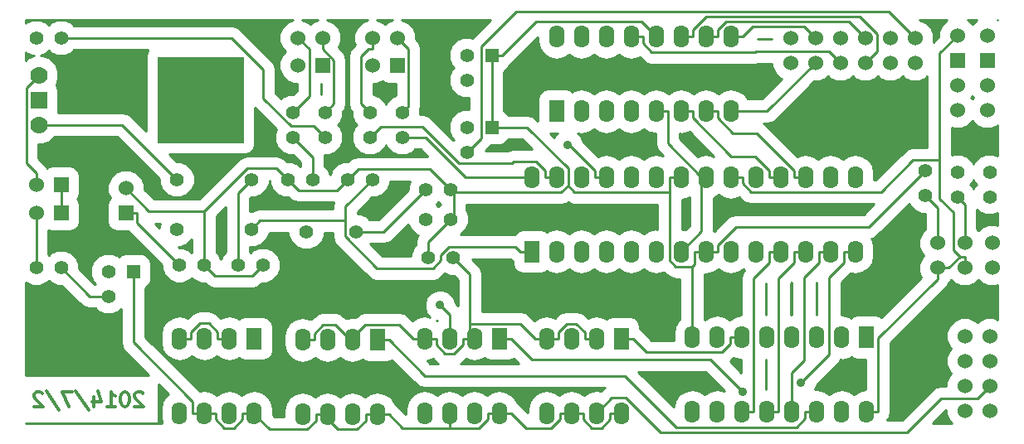
<source format=gbl>
G04 (created by PCBNEW (2013-jul-07)-stable) date 2014年08月04日 (週一) 02時43分04秒*
%MOIN*%
G04 Gerber Fmt 3.4, Leading zero omitted, Abs format*
%FSLAX34Y34*%
G01*
G70*
G90*
G04 APERTURE LIST*
%ADD10C,0.00590551*%
%ADD11C,0.011811*%
%ADD12R,0.06X0.06*%
%ADD13C,0.06*%
%ADD14C,0.055*%
%ADD15O,0.062X0.09*%
%ADD16R,0.062X0.09*%
%ADD17R,0.35X0.35*%
%ADD18C,0.07*%
%ADD19R,0.07X0.07*%
%ADD20C,0.056*%
%ADD21R,0.055X0.055*%
%ADD22C,0.035*%
%ADD23C,0.01*%
G04 APERTURE END LIST*
G54D10*
G54D11*
X44393Y-47404D02*
X44365Y-47376D01*
X44309Y-47348D01*
X44168Y-47348D01*
X44112Y-47376D01*
X44084Y-47404D01*
X44056Y-47460D01*
X44056Y-47517D01*
X44084Y-47601D01*
X44421Y-47939D01*
X44056Y-47939D01*
X43690Y-47348D02*
X43634Y-47348D01*
X43577Y-47376D01*
X43549Y-47404D01*
X43521Y-47460D01*
X43493Y-47573D01*
X43493Y-47714D01*
X43521Y-47826D01*
X43549Y-47882D01*
X43577Y-47910D01*
X43634Y-47939D01*
X43690Y-47939D01*
X43746Y-47910D01*
X43774Y-47882D01*
X43802Y-47826D01*
X43831Y-47714D01*
X43831Y-47573D01*
X43802Y-47460D01*
X43774Y-47404D01*
X43746Y-47376D01*
X43690Y-47348D01*
X42931Y-47939D02*
X43268Y-47939D01*
X43099Y-47939D02*
X43099Y-47348D01*
X43156Y-47432D01*
X43212Y-47489D01*
X43268Y-47517D01*
X42424Y-47545D02*
X42424Y-47939D01*
X42565Y-47320D02*
X42706Y-47742D01*
X42340Y-47742D01*
X41693Y-47320D02*
X42200Y-48079D01*
X41553Y-47348D02*
X41159Y-47348D01*
X41412Y-47939D01*
X40512Y-47320D02*
X41018Y-48079D01*
X40343Y-47404D02*
X40315Y-47376D01*
X40259Y-47348D01*
X40119Y-47348D01*
X40062Y-47376D01*
X40034Y-47404D01*
X40006Y-47460D01*
X40006Y-47517D01*
X40034Y-47601D01*
X40372Y-47939D01*
X40006Y-47939D01*
G54D12*
X43700Y-40150D03*
G54D13*
X43700Y-39150D03*
G54D14*
X45850Y-42250D03*
X46850Y-42250D03*
X48200Y-42250D03*
X49200Y-42250D03*
X55750Y-39200D03*
X56750Y-39200D03*
X55750Y-40400D03*
X56750Y-40400D03*
G54D15*
X61000Y-41700D03*
X62000Y-41700D03*
X63000Y-41700D03*
X64000Y-41700D03*
X65000Y-41700D03*
X66000Y-41700D03*
X67000Y-41700D03*
X68000Y-41700D03*
X69000Y-41700D03*
X70000Y-41700D03*
X71000Y-41700D03*
X72000Y-41700D03*
X73000Y-41700D03*
G54D16*
X60000Y-41700D03*
G54D15*
X73000Y-38700D03*
X72000Y-38700D03*
X71000Y-38700D03*
X70000Y-38700D03*
X69000Y-38700D03*
X68000Y-38700D03*
X67000Y-38700D03*
X66000Y-38700D03*
X65000Y-38700D03*
X64000Y-38700D03*
X63000Y-38700D03*
X62000Y-38700D03*
X61000Y-38700D03*
X60000Y-38700D03*
G54D13*
X40100Y-39000D03*
G54D12*
X41100Y-39000D03*
G54D13*
X40100Y-40150D03*
G54D12*
X41100Y-40150D03*
G54D13*
X77100Y-36000D03*
X77100Y-35000D03*
G54D12*
X77100Y-34000D03*
G54D13*
X77100Y-33000D03*
X78300Y-36000D03*
X78300Y-35000D03*
G54D12*
X78300Y-34000D03*
G54D13*
X78300Y-33000D03*
X78400Y-48100D03*
X77400Y-48100D03*
X78400Y-47100D03*
X77400Y-47100D03*
X78400Y-46100D03*
X77400Y-46100D03*
X78400Y-45100D03*
X77400Y-45100D03*
X70400Y-34100D03*
X70400Y-33100D03*
X71400Y-34100D03*
X71400Y-33100D03*
X72400Y-34100D03*
X72400Y-33100D03*
X73400Y-34100D03*
X73400Y-33100D03*
X74400Y-34100D03*
X74400Y-33100D03*
X75400Y-34100D03*
X75400Y-33100D03*
X51600Y-33100D03*
X50600Y-33100D03*
X53600Y-33100D03*
X54600Y-33100D03*
G54D14*
X40100Y-42350D03*
X41100Y-42350D03*
X75800Y-39450D03*
X75800Y-38450D03*
X77100Y-39500D03*
X77100Y-38500D03*
X78400Y-39500D03*
X78400Y-38500D03*
X55850Y-41950D03*
X56850Y-41950D03*
X41100Y-33100D03*
X40100Y-33100D03*
X51200Y-38800D03*
X50200Y-38800D03*
X53500Y-37100D03*
X53500Y-36100D03*
X54800Y-37100D03*
X54800Y-36100D03*
X53600Y-38800D03*
X52600Y-38800D03*
G54D13*
X76300Y-42350D03*
X76300Y-41350D03*
X77400Y-42350D03*
X77400Y-41350D03*
X78500Y-42350D03*
X78500Y-41350D03*
G54D14*
X48750Y-38800D03*
X48750Y-40800D03*
X45750Y-38800D03*
X45750Y-40800D03*
G54D17*
X46700Y-35600D03*
G54D18*
X40200Y-34600D03*
G54D19*
X40200Y-35600D03*
G54D18*
X40200Y-36600D03*
G54D16*
X53800Y-45250D03*
G54D15*
X52800Y-45250D03*
X51800Y-45250D03*
X50800Y-45250D03*
X50800Y-48250D03*
X51800Y-48250D03*
X52800Y-48250D03*
X53800Y-48250D03*
G54D16*
X58700Y-45200D03*
G54D15*
X57700Y-45200D03*
X56700Y-45200D03*
X55700Y-45200D03*
X55700Y-48200D03*
X56700Y-48200D03*
X57700Y-48200D03*
X58700Y-48200D03*
G54D16*
X63600Y-45200D03*
G54D15*
X62600Y-45200D03*
X61600Y-45200D03*
X60600Y-45200D03*
X60600Y-48200D03*
X61600Y-48200D03*
X62600Y-48200D03*
X63600Y-48200D03*
G54D16*
X73450Y-45150D03*
G54D15*
X72450Y-45150D03*
X71450Y-45150D03*
X70450Y-45150D03*
X69450Y-45150D03*
X68450Y-45150D03*
X67450Y-45150D03*
X66450Y-45150D03*
X66450Y-48150D03*
X67450Y-48150D03*
X68450Y-48150D03*
X69450Y-48150D03*
X70450Y-48150D03*
X71450Y-48150D03*
X72450Y-48150D03*
X73450Y-48150D03*
G54D16*
X48850Y-45200D03*
G54D15*
X47850Y-45200D03*
X46850Y-45200D03*
X45850Y-45200D03*
X45850Y-48200D03*
X46850Y-48200D03*
X47850Y-48200D03*
X48850Y-48200D03*
G54D20*
X50950Y-40900D03*
X52950Y-40900D03*
G54D21*
X58400Y-33800D03*
G54D14*
X57400Y-33800D03*
X57400Y-34800D03*
G54D21*
X44000Y-42500D03*
G54D14*
X43000Y-42500D03*
X43000Y-43500D03*
G54D21*
X58400Y-36700D03*
G54D14*
X57400Y-36700D03*
X57400Y-37700D03*
X51700Y-37100D03*
X51700Y-36100D03*
X50400Y-37100D03*
X50400Y-36100D03*
G54D16*
X61000Y-36050D03*
G54D15*
X62000Y-36050D03*
X63000Y-36050D03*
X64000Y-36050D03*
X65000Y-36050D03*
X66000Y-36050D03*
X67000Y-36050D03*
X68000Y-36050D03*
X68000Y-33050D03*
X67000Y-33050D03*
X66000Y-33050D03*
X65000Y-33050D03*
X64000Y-33050D03*
X63000Y-33050D03*
X62000Y-33050D03*
X61000Y-33050D03*
G54D13*
X50600Y-34200D03*
G54D12*
X51600Y-34200D03*
G54D13*
X53600Y-34200D03*
G54D12*
X54600Y-34200D03*
G54D22*
X70818Y-46987D03*
X61447Y-37403D03*
X68470Y-47329D03*
X56317Y-43860D03*
G54D23*
X42250Y-43500D02*
X41100Y-42350D01*
X43000Y-43500D02*
X42250Y-43500D01*
X48200Y-39350D02*
X48200Y-42250D01*
X48750Y-38800D02*
X48200Y-39350D01*
X67000Y-38700D02*
X66824Y-38700D01*
X66824Y-40875D02*
X66000Y-41700D01*
X66824Y-38700D02*
X66824Y-40875D01*
X65460Y-37335D02*
X66824Y-38700D01*
X65460Y-36050D02*
X65460Y-37335D01*
X65000Y-36050D02*
X65460Y-36050D01*
X73910Y-48150D02*
X73450Y-48150D01*
X73910Y-45190D02*
X73910Y-48150D01*
X76300Y-42800D02*
X73910Y-45190D01*
X76300Y-42350D02*
X76300Y-42800D01*
X76386Y-33713D02*
X77100Y-33000D01*
X76386Y-38011D02*
X76386Y-33713D01*
X76750Y-42350D02*
X76300Y-42350D01*
X77201Y-41898D02*
X76750Y-42350D01*
X77203Y-41900D02*
X77201Y-41898D01*
X77400Y-41900D02*
X77203Y-41900D01*
X77400Y-42350D02*
X77400Y-41900D01*
X76386Y-39561D02*
X76386Y-38011D01*
X76950Y-40124D02*
X76386Y-39561D01*
X76950Y-41646D02*
X76950Y-40124D01*
X77201Y-41898D02*
X76950Y-41646D01*
X75318Y-38011D02*
X76386Y-38011D01*
X74028Y-39300D02*
X75318Y-38011D01*
X68801Y-39300D02*
X74028Y-39300D01*
X68460Y-38958D02*
X68801Y-39300D01*
X68460Y-38700D02*
X68460Y-38958D01*
X68000Y-38700D02*
X68460Y-38700D01*
X43550Y-36600D02*
X40200Y-36600D01*
X45750Y-38800D02*
X43550Y-36600D01*
X77400Y-39800D02*
X77400Y-41350D01*
X77100Y-39500D02*
X77400Y-39800D01*
X54050Y-40900D02*
X55750Y-39200D01*
X52950Y-40900D02*
X54050Y-40900D01*
X71950Y-45855D02*
X70818Y-46987D01*
X71950Y-42750D02*
X71950Y-45855D01*
X72539Y-42160D02*
X71950Y-42750D01*
X72539Y-41700D02*
X72539Y-42160D01*
X73000Y-41700D02*
X72539Y-41700D01*
X70450Y-46570D02*
X70450Y-48150D01*
X70950Y-46070D02*
X70450Y-46570D01*
X70950Y-42750D02*
X70950Y-46070D01*
X71539Y-42160D02*
X70950Y-42750D01*
X71539Y-41700D02*
X71539Y-42160D01*
X72000Y-41700D02*
X71539Y-41700D01*
X69910Y-48150D02*
X69450Y-48150D01*
X69910Y-42789D02*
X69910Y-48150D01*
X70539Y-42160D02*
X69910Y-42789D01*
X70539Y-41700D02*
X70539Y-42160D01*
X71000Y-41700D02*
X70539Y-41700D01*
X69539Y-41700D02*
X70000Y-41700D01*
X69539Y-42160D02*
X69539Y-41700D01*
X68910Y-42789D02*
X69539Y-42160D01*
X68910Y-48150D02*
X68910Y-42789D01*
X68450Y-48150D02*
X68910Y-48150D01*
X66460Y-36050D02*
X66000Y-36050D01*
X66460Y-36308D02*
X66460Y-36050D01*
X68019Y-37868D02*
X66460Y-36308D01*
X68961Y-37868D02*
X68019Y-37868D01*
X69539Y-38446D02*
X68961Y-37868D01*
X69539Y-38700D02*
X69539Y-38446D01*
X70000Y-38700D02*
X69539Y-38700D01*
X67460Y-36050D02*
X67000Y-36050D01*
X67460Y-36308D02*
X67460Y-36050D01*
X68093Y-36942D02*
X67460Y-36308D01*
X69035Y-36942D02*
X68093Y-36942D01*
X70539Y-38446D02*
X69035Y-36942D01*
X70539Y-38700D02*
X70539Y-38446D01*
X71000Y-38700D02*
X70539Y-38700D01*
X41100Y-39000D02*
X41100Y-40150D01*
X65539Y-42060D02*
X65539Y-39314D01*
X65783Y-42303D02*
X65539Y-42060D01*
X66450Y-42303D02*
X65783Y-42303D01*
X73541Y-40708D02*
X75800Y-38450D01*
X68198Y-40708D02*
X73541Y-40708D01*
X67460Y-41446D02*
X68198Y-40708D01*
X67460Y-41700D02*
X67460Y-41446D01*
X67000Y-41700D02*
X67460Y-41700D01*
X47275Y-42675D02*
X46850Y-42250D01*
X48774Y-42675D02*
X47275Y-42675D01*
X49200Y-42250D02*
X48774Y-42675D01*
X44622Y-40072D02*
X46850Y-40072D01*
X43700Y-39150D02*
X44622Y-40072D01*
X48568Y-38354D02*
X46850Y-40072D01*
X49754Y-38354D02*
X48568Y-38354D01*
X50200Y-38800D02*
X49754Y-38354D01*
X46850Y-40072D02*
X46850Y-42250D01*
X58400Y-36700D02*
X58400Y-33800D01*
X64395Y-32445D02*
X65000Y-33050D01*
X60179Y-32445D02*
X64395Y-32445D01*
X58825Y-33800D02*
X60179Y-32445D01*
X58400Y-33800D02*
X58825Y-33800D01*
X66450Y-42303D02*
X66450Y-45150D01*
X66539Y-42214D02*
X66450Y-42303D01*
X66539Y-41700D02*
X66539Y-42214D01*
X67000Y-41700D02*
X66539Y-41700D01*
X65539Y-38700D02*
X66000Y-38700D01*
X65539Y-39314D02*
X65539Y-38700D01*
X50629Y-39229D02*
X50200Y-38800D01*
X52170Y-39229D02*
X50629Y-39229D01*
X52600Y-38800D02*
X52170Y-39229D01*
X55850Y-41300D02*
X55850Y-41950D01*
X56750Y-40400D02*
X55850Y-41300D01*
X56870Y-40279D02*
X56750Y-40400D01*
X56870Y-39320D02*
X56870Y-40279D01*
X61461Y-38353D02*
X61461Y-39049D01*
X59807Y-36700D02*
X61461Y-38353D01*
X58400Y-36700D02*
X59807Y-36700D01*
X61726Y-39314D02*
X65539Y-39314D01*
X61461Y-39049D02*
X61726Y-39314D01*
X61190Y-39320D02*
X56870Y-39320D01*
X61461Y-39049D02*
X61190Y-39320D01*
X56870Y-39320D02*
X56750Y-39200D01*
X53030Y-38369D02*
X52600Y-38800D01*
X55919Y-38369D02*
X53030Y-38369D01*
X56750Y-39200D02*
X55919Y-38369D01*
X57349Y-38700D02*
X60000Y-38700D01*
X55749Y-37100D02*
X57349Y-38700D01*
X54800Y-37100D02*
X55749Y-37100D01*
X60539Y-38446D02*
X60539Y-38700D01*
X60173Y-38080D02*
X60539Y-38446D01*
X59282Y-38080D02*
X60173Y-38080D01*
X59219Y-38143D02*
X59282Y-38080D01*
X57075Y-38143D02*
X59219Y-38143D01*
X55594Y-36662D02*
X57075Y-38143D01*
X53937Y-36662D02*
X55594Y-36662D01*
X53500Y-37100D02*
X53937Y-36662D01*
X61000Y-38700D02*
X60539Y-38700D01*
X51200Y-37900D02*
X50400Y-37100D01*
X51200Y-38800D02*
X51200Y-37900D01*
X61511Y-37403D02*
X61447Y-37403D01*
X62539Y-38431D02*
X61511Y-37403D01*
X62539Y-38700D02*
X62539Y-38431D01*
X63000Y-38700D02*
X62539Y-38700D01*
X47927Y-33100D02*
X41100Y-33100D01*
X49216Y-34389D02*
X47927Y-33100D01*
X49216Y-35539D02*
X49216Y-34389D01*
X50330Y-36653D02*
X49216Y-35539D01*
X51253Y-36653D02*
X50330Y-36653D01*
X51700Y-37100D02*
X51253Y-36653D01*
X47310Y-48200D02*
X46850Y-48200D01*
X47310Y-48453D02*
X47310Y-48200D01*
X47659Y-48801D02*
X47310Y-48453D01*
X48046Y-48801D02*
X47659Y-48801D01*
X48389Y-48458D02*
X48046Y-48801D01*
X48389Y-48200D02*
X48389Y-48458D01*
X48825Y-48200D02*
X48389Y-48200D01*
X44000Y-45350D02*
X44000Y-42500D01*
X46389Y-47739D02*
X44000Y-45350D01*
X46389Y-48200D02*
X46389Y-47739D01*
X46850Y-48200D02*
X46389Y-48200D01*
X59160Y-48200D02*
X58700Y-48200D01*
X59762Y-48801D02*
X59160Y-48200D01*
X60790Y-48801D02*
X59762Y-48801D01*
X61139Y-48453D02*
X60790Y-48801D01*
X61139Y-48200D02*
X61139Y-48453D01*
X61600Y-48200D02*
X61139Y-48200D01*
X63139Y-48200D02*
X63600Y-48200D01*
X63139Y-48458D02*
X63139Y-48200D01*
X62796Y-48801D02*
X63139Y-48458D01*
X62409Y-48801D02*
X62796Y-48801D01*
X62060Y-48453D02*
X62409Y-48801D01*
X62060Y-48200D02*
X62060Y-48453D01*
X61600Y-48200D02*
X62060Y-48200D01*
X51339Y-48250D02*
X51624Y-48250D01*
X51339Y-48503D02*
X51339Y-48250D01*
X50992Y-48850D02*
X51339Y-48503D01*
X49475Y-48850D02*
X50992Y-48850D01*
X48825Y-48200D02*
X49475Y-48850D01*
X52224Y-48850D02*
X51624Y-48250D01*
X52992Y-48850D02*
X52224Y-48850D01*
X53339Y-48503D02*
X52992Y-48850D01*
X53339Y-48250D02*
X53339Y-48503D01*
X53800Y-48250D02*
X53339Y-48250D01*
X56700Y-48200D02*
X56700Y-48800D01*
X54810Y-48800D02*
X56700Y-48800D01*
X54260Y-48250D02*
X54810Y-48800D01*
X53800Y-48250D02*
X54260Y-48250D01*
X58239Y-48200D02*
X58700Y-48200D01*
X58239Y-48453D02*
X58239Y-48200D01*
X57892Y-48800D02*
X58239Y-48453D01*
X56700Y-48800D02*
X57892Y-48800D01*
X51800Y-48250D02*
X51624Y-48250D01*
X48850Y-48200D02*
X48825Y-48200D01*
X40100Y-42350D02*
X40100Y-40150D01*
X53431Y-33550D02*
X53600Y-33550D01*
X53149Y-33831D02*
X53431Y-33550D01*
X53149Y-35749D02*
X53149Y-33831D01*
X53500Y-36100D02*
X53149Y-35749D01*
X53600Y-33100D02*
X53600Y-33550D01*
X55053Y-33553D02*
X54600Y-33100D01*
X55053Y-35846D02*
X55053Y-33553D01*
X54800Y-36100D02*
X55053Y-35846D01*
X57239Y-45200D02*
X57524Y-45200D01*
X57239Y-45453D02*
X57239Y-45200D01*
X56888Y-45805D02*
X57239Y-45453D01*
X56506Y-45805D02*
X56888Y-45805D01*
X56160Y-45458D02*
X56506Y-45805D01*
X56160Y-45200D02*
X56160Y-45458D01*
X55700Y-45200D02*
X56160Y-45200D01*
X61060Y-45200D02*
X60600Y-45200D01*
X61060Y-44941D02*
X61060Y-45200D01*
X61405Y-44596D02*
X61060Y-44941D01*
X61788Y-44596D02*
X61405Y-44596D01*
X62139Y-44946D02*
X61788Y-44596D01*
X62139Y-45200D02*
X62139Y-44946D01*
X62600Y-45200D02*
X62139Y-45200D01*
X60139Y-45200D02*
X60600Y-45200D01*
X59539Y-44599D02*
X60139Y-45200D01*
X57524Y-44599D02*
X59539Y-44599D01*
X57524Y-45200D02*
X57524Y-44599D01*
X57524Y-42624D02*
X56850Y-41950D01*
X57524Y-44599D02*
X57524Y-42624D01*
X46310Y-45200D02*
X45850Y-45200D01*
X46310Y-44941D02*
X46310Y-45200D01*
X46666Y-44585D02*
X46310Y-44941D01*
X47027Y-44585D02*
X46666Y-44585D01*
X47389Y-44946D02*
X47027Y-44585D01*
X47389Y-45200D02*
X47389Y-44946D01*
X47850Y-45200D02*
X47389Y-45200D01*
X52800Y-45250D02*
X52712Y-45250D01*
X51260Y-45250D02*
X50800Y-45250D01*
X51260Y-44996D02*
X51260Y-45250D01*
X51609Y-44647D02*
X51260Y-44996D01*
X52109Y-44647D02*
X51609Y-44647D01*
X52712Y-45250D02*
X52109Y-44647D01*
X55239Y-45200D02*
X55700Y-45200D01*
X54689Y-44650D02*
X55239Y-45200D01*
X53312Y-44650D02*
X54689Y-44650D01*
X52712Y-45250D02*
X53312Y-44650D01*
X57700Y-45200D02*
X57524Y-45200D01*
X51060Y-33560D02*
X50600Y-33100D01*
X51060Y-35439D02*
X51060Y-33560D01*
X50400Y-36100D02*
X51060Y-35439D01*
X52050Y-34000D02*
X51600Y-33550D01*
X52050Y-35749D02*
X52050Y-34000D01*
X51700Y-36100D02*
X52050Y-35749D01*
X51600Y-33100D02*
X51600Y-33550D01*
X74333Y-32033D02*
X75400Y-33100D01*
X59386Y-32033D02*
X74333Y-32033D01*
X57970Y-33448D02*
X59386Y-32033D01*
X57970Y-37129D02*
X57970Y-33448D01*
X57400Y-37700D02*
X57970Y-37129D01*
X54260Y-45250D02*
X53800Y-45250D01*
X55710Y-46700D02*
X54260Y-45250D01*
X63754Y-46700D02*
X55710Y-46700D01*
X65822Y-48768D02*
X63754Y-46700D01*
X70629Y-48768D02*
X65822Y-48768D01*
X70989Y-48408D02*
X70629Y-48768D01*
X70989Y-48150D02*
X70989Y-48408D01*
X71450Y-48150D02*
X70989Y-48150D01*
X67989Y-45150D02*
X68450Y-45150D01*
X67989Y-45408D02*
X67989Y-45150D01*
X67641Y-45757D02*
X67989Y-45408D01*
X64617Y-45757D02*
X67641Y-45757D01*
X64060Y-45200D02*
X64617Y-45757D01*
X63600Y-45200D02*
X64060Y-45200D01*
X67184Y-46044D02*
X68470Y-47329D01*
X60004Y-46044D02*
X67184Y-46044D01*
X59160Y-45200D02*
X60004Y-46044D01*
X58700Y-45200D02*
X59160Y-45200D01*
X56700Y-44242D02*
X56700Y-45200D01*
X56317Y-43860D02*
X56700Y-44242D01*
X72748Y-32448D02*
X73400Y-33100D01*
X67802Y-32448D02*
X72748Y-32448D01*
X67460Y-32791D02*
X67802Y-32448D01*
X67460Y-33050D02*
X67460Y-32791D01*
X67000Y-33050D02*
X67460Y-33050D01*
X73868Y-33631D02*
X73400Y-34100D01*
X73868Y-32929D02*
X73868Y-33631D01*
X73175Y-32236D02*
X73868Y-32929D01*
X67014Y-32236D02*
X73175Y-32236D01*
X66460Y-32791D02*
X67014Y-32236D01*
X66460Y-33050D02*
X66460Y-32791D01*
X66000Y-33050D02*
X66460Y-33050D01*
X71937Y-33637D02*
X72400Y-34100D01*
X69011Y-33637D02*
X71937Y-33637D01*
X68974Y-33674D02*
X69011Y-33637D01*
X64826Y-33674D02*
X68974Y-33674D01*
X64460Y-33308D02*
X64826Y-33674D01*
X64460Y-33050D02*
X64460Y-33308D01*
X64000Y-33050D02*
X64460Y-33050D01*
X70949Y-32649D02*
X71400Y-33100D01*
X68861Y-32649D02*
X70949Y-32649D01*
X68460Y-33050D02*
X68861Y-32649D01*
X68000Y-33050D02*
X68460Y-33050D01*
X69450Y-36050D02*
X71400Y-34100D01*
X68000Y-36050D02*
X69450Y-36050D01*
X44150Y-40550D02*
X45850Y-42250D01*
X44150Y-40150D02*
X44150Y-40550D01*
X43700Y-40150D02*
X44150Y-40150D01*
X39696Y-35103D02*
X40200Y-34600D01*
X39696Y-38146D02*
X39696Y-35103D01*
X40100Y-38549D02*
X39696Y-38146D01*
X40100Y-39000D02*
X40100Y-38549D01*
X77900Y-47600D02*
X78400Y-47100D01*
X76443Y-47600D02*
X77900Y-47600D01*
X75074Y-48968D02*
X76443Y-47600D01*
X65162Y-48968D02*
X75074Y-48968D01*
X63787Y-47592D02*
X65162Y-48968D01*
X63207Y-47592D02*
X63787Y-47592D01*
X62600Y-48200D02*
X63207Y-47592D01*
X49090Y-40459D02*
X48750Y-40800D01*
X52509Y-40459D02*
X49090Y-40459D01*
X52509Y-39890D02*
X52509Y-40459D01*
X53600Y-38800D02*
X52509Y-39890D01*
X59539Y-41700D02*
X60000Y-41700D01*
X59354Y-41514D02*
X59539Y-41700D01*
X56681Y-41514D02*
X59354Y-41514D01*
X56350Y-41845D02*
X56681Y-41514D01*
X56350Y-42060D02*
X56350Y-41845D01*
X56035Y-42375D02*
X56350Y-42060D01*
X53792Y-42375D02*
X56035Y-42375D01*
X52509Y-41092D02*
X53792Y-42375D01*
X52509Y-40459D02*
X52509Y-41092D01*
X76300Y-39950D02*
X76300Y-41350D01*
X75800Y-39450D02*
X76300Y-39950D01*
G54D10*
G36*
X40012Y-33818D02*
X39750Y-33926D01*
X39673Y-34004D01*
X39673Y-33689D01*
X39692Y-33708D01*
X39956Y-33818D01*
X40012Y-33818D01*
X40012Y-33818D01*
G37*
G54D23*
X40012Y-33818D02*
X39750Y-33926D01*
X39673Y-34004D01*
X39673Y-33689D01*
X39692Y-33708D01*
X39956Y-33818D01*
X40012Y-33818D01*
G54D10*
G36*
X44578Y-33593D02*
X44574Y-33598D01*
X44506Y-33761D01*
X44506Y-33937D01*
X44506Y-36858D01*
X43899Y-36250D01*
X43738Y-36143D01*
X43550Y-36106D01*
X40965Y-36106D01*
X40993Y-36038D01*
X40993Y-35862D01*
X40993Y-35162D01*
X40926Y-34998D01*
X40903Y-34975D01*
X40993Y-34758D01*
X40993Y-34442D01*
X40873Y-34150D01*
X40650Y-33927D01*
X40358Y-33806D01*
X40272Y-33806D01*
X40506Y-33709D01*
X40599Y-33616D01*
X40692Y-33708D01*
X40956Y-33818D01*
X41242Y-33818D01*
X41506Y-33709D01*
X41622Y-33593D01*
X44578Y-33593D01*
X44578Y-33593D01*
G37*
G54D23*
X44578Y-33593D02*
X44574Y-33598D01*
X44506Y-33761D01*
X44506Y-33937D01*
X44506Y-36858D01*
X43899Y-36250D01*
X43738Y-36143D01*
X43550Y-36106D01*
X40965Y-36106D01*
X40993Y-36038D01*
X40993Y-35862D01*
X40993Y-35162D01*
X40926Y-34998D01*
X40903Y-34975D01*
X40993Y-34758D01*
X40993Y-34442D01*
X40873Y-34150D01*
X40650Y-33927D01*
X40358Y-33806D01*
X40272Y-33806D01*
X40506Y-33709D01*
X40599Y-33616D01*
X40692Y-33708D01*
X40956Y-33818D01*
X41242Y-33818D01*
X41506Y-33709D01*
X41622Y-33593D01*
X44578Y-33593D01*
G54D10*
G36*
X44617Y-46665D02*
X39673Y-46665D01*
X39673Y-42939D01*
X39692Y-42958D01*
X39956Y-43068D01*
X40242Y-43068D01*
X40506Y-42959D01*
X40599Y-42866D01*
X40692Y-42958D01*
X40956Y-43068D01*
X41120Y-43068D01*
X41900Y-43849D01*
X41900Y-43849D01*
X42061Y-43956D01*
X42061Y-43956D01*
X42212Y-43986D01*
X42249Y-43993D01*
X42249Y-43993D01*
X42250Y-43993D01*
X42477Y-43993D01*
X42592Y-44108D01*
X42856Y-44218D01*
X43142Y-44218D01*
X43406Y-44109D01*
X43506Y-44010D01*
X43506Y-45350D01*
X43543Y-45538D01*
X43650Y-45699D01*
X44617Y-46665D01*
X44617Y-46665D01*
G37*
G54D23*
X44617Y-46665D02*
X39673Y-46665D01*
X39673Y-42939D01*
X39692Y-42958D01*
X39956Y-43068D01*
X40242Y-43068D01*
X40506Y-42959D01*
X40599Y-42866D01*
X40692Y-42958D01*
X40956Y-43068D01*
X41120Y-43068D01*
X41900Y-43849D01*
X41900Y-43849D01*
X42061Y-43956D01*
X42061Y-43956D01*
X42212Y-43986D01*
X42249Y-43993D01*
X42249Y-43993D01*
X42250Y-43993D01*
X42477Y-43993D01*
X42592Y-44108D01*
X42856Y-44218D01*
X43142Y-44218D01*
X43406Y-44109D01*
X43506Y-44010D01*
X43506Y-45350D01*
X43543Y-45538D01*
X43650Y-45699D01*
X44617Y-46665D01*
G54D10*
G36*
X45068Y-40566D02*
X45031Y-40656D01*
X45031Y-40733D01*
X44864Y-40566D01*
X45068Y-40566D01*
X45068Y-40566D01*
G37*
G54D23*
X45068Y-40566D02*
X45031Y-40656D01*
X45031Y-40733D01*
X44864Y-40566D01*
X45068Y-40566D01*
G54D10*
G36*
X45403Y-47451D02*
X45317Y-47509D01*
X45153Y-47754D01*
X45096Y-48042D01*
X45096Y-48357D01*
X45149Y-48626D01*
X39673Y-48626D01*
X39673Y-48616D01*
X45008Y-48616D01*
X45008Y-47056D01*
X45403Y-47451D01*
X45403Y-47451D01*
G37*
G54D23*
X45403Y-47451D02*
X45317Y-47509D01*
X45153Y-47754D01*
X45096Y-48042D01*
X45096Y-48357D01*
X45149Y-48626D01*
X39673Y-48626D01*
X39673Y-48616D01*
X45008Y-48616D01*
X45008Y-47056D01*
X45403Y-47451D01*
G54D10*
G36*
X46356Y-41727D02*
X46350Y-41733D01*
X46257Y-41641D01*
X45993Y-41531D01*
X45829Y-41531D01*
X45816Y-41518D01*
X45892Y-41518D01*
X46156Y-41409D01*
X46356Y-41210D01*
X46356Y-41727D01*
X46356Y-41727D01*
G37*
G54D23*
X46356Y-41727D02*
X46350Y-41733D01*
X46257Y-41641D01*
X45993Y-41531D01*
X45829Y-41531D01*
X45816Y-41518D01*
X45892Y-41518D01*
X46156Y-41409D01*
X46356Y-41210D01*
X46356Y-41727D01*
G54D10*
G36*
X47706Y-41727D02*
X47591Y-41842D01*
X47524Y-42001D01*
X47459Y-41843D01*
X47343Y-41727D01*
X47343Y-40277D01*
X47706Y-39914D01*
X47706Y-41727D01*
X47706Y-41727D01*
G37*
G54D23*
X47706Y-41727D02*
X47591Y-41842D01*
X47524Y-42001D01*
X47459Y-41843D01*
X47343Y-41727D01*
X47343Y-40277D01*
X47706Y-39914D01*
X47706Y-41727D01*
G54D10*
G36*
X50567Y-35234D02*
X50420Y-35381D01*
X50257Y-35381D01*
X49993Y-35490D01*
X49929Y-35554D01*
X49710Y-35335D01*
X49710Y-34389D01*
X49672Y-34200D01*
X49565Y-34040D01*
X48276Y-32750D01*
X48115Y-32643D01*
X47927Y-32606D01*
X41622Y-32606D01*
X41507Y-32491D01*
X41243Y-32381D01*
X40957Y-32381D01*
X40693Y-32490D01*
X40600Y-32583D01*
X40507Y-32491D01*
X40243Y-32381D01*
X39957Y-32381D01*
X39693Y-32490D01*
X39673Y-32510D01*
X39673Y-32373D01*
X50411Y-32373D01*
X50179Y-32469D01*
X49969Y-32678D01*
X49856Y-32951D01*
X49856Y-33247D01*
X49969Y-33520D01*
X50098Y-33650D01*
X49969Y-33778D01*
X49856Y-34051D01*
X49856Y-34347D01*
X49969Y-34620D01*
X50178Y-34830D01*
X50451Y-34943D01*
X50567Y-34943D01*
X50567Y-35234D01*
X50567Y-35234D01*
G37*
G54D23*
X50567Y-35234D02*
X50420Y-35381D01*
X50257Y-35381D01*
X49993Y-35490D01*
X49929Y-35554D01*
X49710Y-35335D01*
X49710Y-34389D01*
X49672Y-34200D01*
X49565Y-34040D01*
X48276Y-32750D01*
X48115Y-32643D01*
X47927Y-32606D01*
X41622Y-32606D01*
X41507Y-32491D01*
X41243Y-32381D01*
X40957Y-32381D01*
X40693Y-32490D01*
X40600Y-32583D01*
X40507Y-32491D01*
X40243Y-32381D01*
X39957Y-32381D01*
X39693Y-32490D01*
X39673Y-32510D01*
X39673Y-32373D01*
X50411Y-32373D01*
X50179Y-32469D01*
X49969Y-32678D01*
X49856Y-32951D01*
X49856Y-33247D01*
X49969Y-33520D01*
X50098Y-33650D01*
X49969Y-33778D01*
X49856Y-34051D01*
X49856Y-34347D01*
X49969Y-34620D01*
X50178Y-34830D01*
X50451Y-34943D01*
X50567Y-34943D01*
X50567Y-35234D01*
G54D10*
G36*
X51411Y-32373D02*
X51179Y-32469D01*
X51100Y-32548D01*
X51021Y-32469D01*
X50789Y-32373D01*
X51411Y-32373D01*
X51411Y-32373D01*
G37*
G54D23*
X51411Y-32373D02*
X51179Y-32469D01*
X51100Y-32548D01*
X51021Y-32469D01*
X50789Y-32373D01*
X51411Y-32373D01*
G54D10*
G36*
X51556Y-35381D02*
X51554Y-35382D01*
X51554Y-34943D01*
X51556Y-34943D01*
X51556Y-35381D01*
X51556Y-35381D01*
G37*
G54D23*
X51556Y-35381D02*
X51554Y-35382D01*
X51554Y-34943D01*
X51556Y-34943D01*
X51556Y-35381D01*
G54D10*
G36*
X52048Y-39722D02*
X52015Y-39890D01*
X52015Y-39965D01*
X49090Y-39965D01*
X48902Y-40002D01*
X48784Y-40081D01*
X48693Y-40081D01*
X48693Y-39554D01*
X48729Y-39518D01*
X48892Y-39518D01*
X49156Y-39409D01*
X49358Y-39207D01*
X49468Y-38943D01*
X49468Y-38847D01*
X49481Y-38847D01*
X49481Y-38942D01*
X49590Y-39206D01*
X49792Y-39408D01*
X50056Y-39518D01*
X50220Y-39518D01*
X50279Y-39578D01*
X50280Y-39578D01*
X50440Y-39685D01*
X50629Y-39722D01*
X52048Y-39722D01*
X52048Y-39722D01*
G37*
G54D23*
X52048Y-39722D02*
X52015Y-39890D01*
X52015Y-39965D01*
X49090Y-39965D01*
X48902Y-40002D01*
X48784Y-40081D01*
X48693Y-40081D01*
X48693Y-39554D01*
X48729Y-39518D01*
X48892Y-39518D01*
X49156Y-39409D01*
X49358Y-39207D01*
X49468Y-38943D01*
X49468Y-38847D01*
X49481Y-38847D01*
X49481Y-38942D01*
X49590Y-39206D01*
X49792Y-39408D01*
X50056Y-39518D01*
X50220Y-39518D01*
X50279Y-39578D01*
X50280Y-39578D01*
X50440Y-39685D01*
X50629Y-39722D01*
X52048Y-39722D01*
G54D10*
G36*
X54411Y-32373D02*
X54179Y-32469D01*
X54100Y-32548D01*
X54021Y-32469D01*
X53789Y-32373D01*
X54411Y-32373D01*
X54411Y-32373D01*
G37*
G54D23*
X54411Y-32373D02*
X54179Y-32469D01*
X54100Y-32548D01*
X54021Y-32469D01*
X53789Y-32373D01*
X54411Y-32373D01*
G54D10*
G36*
X54559Y-35421D02*
X54393Y-35490D01*
X54191Y-35692D01*
X54150Y-35791D01*
X54109Y-35693D01*
X53907Y-35491D01*
X53643Y-35381D01*
X53643Y-35381D01*
X53643Y-34943D01*
X53747Y-34943D01*
X54008Y-34835D01*
X54048Y-34875D01*
X54211Y-34943D01*
X54387Y-34943D01*
X54559Y-34943D01*
X54559Y-35421D01*
X54559Y-35421D01*
G37*
G54D23*
X54559Y-35421D02*
X54393Y-35490D01*
X54191Y-35692D01*
X54150Y-35791D01*
X54109Y-35693D01*
X53907Y-35491D01*
X53643Y-35381D01*
X53643Y-35381D01*
X53643Y-34943D01*
X53747Y-34943D01*
X54008Y-34835D01*
X54048Y-34875D01*
X54211Y-34943D01*
X54387Y-34943D01*
X54559Y-34943D01*
X54559Y-35421D01*
G54D10*
G36*
X55111Y-38863D02*
X55031Y-39056D01*
X55031Y-39220D01*
X53845Y-40406D01*
X53479Y-40406D01*
X53360Y-40286D01*
X53094Y-40176D01*
X53002Y-40176D01*
X53002Y-40095D01*
X53579Y-39518D01*
X53742Y-39518D01*
X54006Y-39409D01*
X54208Y-39207D01*
X54318Y-38943D01*
X54318Y-38863D01*
X55111Y-38863D01*
X55111Y-38863D01*
G37*
G54D23*
X55111Y-38863D02*
X55031Y-39056D01*
X55031Y-39220D01*
X53845Y-40406D01*
X53479Y-40406D01*
X53360Y-40286D01*
X53094Y-40176D01*
X53002Y-40176D01*
X53002Y-40095D01*
X53579Y-39518D01*
X53742Y-39518D01*
X54006Y-39409D01*
X54208Y-39207D01*
X54318Y-38943D01*
X54318Y-38863D01*
X55111Y-38863D01*
G54D10*
G36*
X55436Y-41047D02*
X55393Y-41111D01*
X55356Y-41300D01*
X55356Y-41427D01*
X55241Y-41542D01*
X55131Y-41806D01*
X55131Y-41881D01*
X53997Y-41881D01*
X53508Y-41393D01*
X54050Y-41393D01*
X54238Y-41356D01*
X54399Y-41249D01*
X55053Y-40595D01*
X55140Y-40806D01*
X55342Y-41008D01*
X55436Y-41047D01*
X55436Y-41047D01*
G37*
G54D23*
X55436Y-41047D02*
X55393Y-41111D01*
X55356Y-41300D01*
X55356Y-41427D01*
X55241Y-41542D01*
X55131Y-41806D01*
X55131Y-41881D01*
X53997Y-41881D01*
X53508Y-41393D01*
X54050Y-41393D01*
X54238Y-41356D01*
X54399Y-41249D01*
X55053Y-40595D01*
X55140Y-40806D01*
X55342Y-41008D01*
X55436Y-41047D01*
G54D10*
G36*
X55826Y-37876D02*
X53030Y-37876D01*
X53030Y-37876D01*
X52841Y-37913D01*
X52681Y-38020D01*
X52620Y-38081D01*
X52457Y-38081D01*
X52193Y-38190D01*
X51991Y-38392D01*
X51899Y-38611D01*
X51809Y-38393D01*
X51693Y-38277D01*
X51693Y-37900D01*
X51693Y-37899D01*
X51677Y-37818D01*
X51842Y-37818D01*
X52106Y-37709D01*
X52308Y-37507D01*
X52418Y-37243D01*
X52418Y-36957D01*
X52309Y-36693D01*
X52216Y-36600D01*
X52308Y-36507D01*
X52418Y-36243D01*
X52418Y-36069D01*
X52506Y-35938D01*
X52543Y-35749D01*
X52543Y-34000D01*
X52506Y-33811D01*
X52399Y-33651D01*
X52241Y-33493D01*
X52343Y-33248D01*
X52343Y-32952D01*
X52230Y-32679D01*
X52021Y-32469D01*
X51789Y-32373D01*
X53411Y-32373D01*
X53179Y-32469D01*
X52969Y-32678D01*
X52856Y-32951D01*
X52856Y-33247D01*
X52908Y-33374D01*
X52800Y-33482D01*
X52693Y-33642D01*
X52656Y-33831D01*
X52656Y-35749D01*
X52693Y-35938D01*
X52781Y-36069D01*
X52781Y-36242D01*
X52890Y-36506D01*
X52983Y-36599D01*
X52891Y-36692D01*
X52781Y-36956D01*
X52781Y-37242D01*
X52890Y-37506D01*
X53092Y-37708D01*
X53356Y-37818D01*
X53642Y-37818D01*
X53906Y-37709D01*
X54108Y-37507D01*
X54149Y-37408D01*
X54190Y-37506D01*
X54392Y-37708D01*
X54656Y-37818D01*
X54942Y-37818D01*
X55206Y-37709D01*
X55322Y-37593D01*
X55544Y-37593D01*
X55826Y-37876D01*
X55826Y-37876D01*
G37*
G54D23*
X55826Y-37876D02*
X53030Y-37876D01*
X53030Y-37876D01*
X52841Y-37913D01*
X52681Y-38020D01*
X52620Y-38081D01*
X52457Y-38081D01*
X52193Y-38190D01*
X51991Y-38392D01*
X51899Y-38611D01*
X51809Y-38393D01*
X51693Y-38277D01*
X51693Y-37900D01*
X51693Y-37899D01*
X51677Y-37818D01*
X51842Y-37818D01*
X52106Y-37709D01*
X52308Y-37507D01*
X52418Y-37243D01*
X52418Y-36957D01*
X52309Y-36693D01*
X52216Y-36600D01*
X52308Y-36507D01*
X52418Y-36243D01*
X52418Y-36069D01*
X52506Y-35938D01*
X52543Y-35749D01*
X52543Y-34000D01*
X52506Y-33811D01*
X52399Y-33651D01*
X52241Y-33493D01*
X52343Y-33248D01*
X52343Y-32952D01*
X52230Y-32679D01*
X52021Y-32469D01*
X51789Y-32373D01*
X53411Y-32373D01*
X53179Y-32469D01*
X52969Y-32678D01*
X52856Y-32951D01*
X52856Y-33247D01*
X52908Y-33374D01*
X52800Y-33482D01*
X52693Y-33642D01*
X52656Y-33831D01*
X52656Y-35749D01*
X52693Y-35938D01*
X52781Y-36069D01*
X52781Y-36242D01*
X52890Y-36506D01*
X52983Y-36599D01*
X52891Y-36692D01*
X52781Y-36956D01*
X52781Y-37242D01*
X52890Y-37506D01*
X53092Y-37708D01*
X53356Y-37818D01*
X53642Y-37818D01*
X53906Y-37709D01*
X54108Y-37507D01*
X54149Y-37408D01*
X54190Y-37506D01*
X54392Y-37708D01*
X54656Y-37818D01*
X54942Y-37818D01*
X55206Y-37709D01*
X55322Y-37593D01*
X55544Y-37593D01*
X55826Y-37876D01*
G54D10*
G36*
X56206Y-44483D02*
X56200Y-44487D01*
X56176Y-44472D01*
X56194Y-44479D01*
X56206Y-44479D01*
X56206Y-44483D01*
X56206Y-44483D01*
G37*
G54D23*
X56206Y-44483D02*
X56200Y-44487D01*
X56176Y-44472D01*
X56194Y-44479D01*
X56206Y-44479D01*
X56206Y-44483D01*
G54D10*
G36*
X56235Y-46206D02*
X55914Y-46206D01*
X55799Y-46091D01*
X55988Y-46053D01*
X56029Y-46026D01*
X56156Y-46153D01*
X56157Y-46154D01*
X56235Y-46206D01*
X56235Y-46206D01*
G37*
G54D23*
X56235Y-46206D02*
X55914Y-46206D01*
X55799Y-46091D01*
X55988Y-46053D01*
X56029Y-46026D01*
X56156Y-46153D01*
X56157Y-46154D01*
X56235Y-46206D01*
G54D10*
G36*
X56333Y-39800D02*
X56250Y-39883D01*
X56166Y-39799D01*
X56249Y-39716D01*
X56333Y-39800D01*
X56333Y-39800D01*
G37*
G54D23*
X56333Y-39800D02*
X56250Y-39883D01*
X56166Y-39799D01*
X56249Y-39716D01*
X56333Y-39800D01*
G54D10*
G36*
X58348Y-32373D02*
X57621Y-33099D01*
X57614Y-33110D01*
X57543Y-33081D01*
X57257Y-33081D01*
X56993Y-33190D01*
X56791Y-33392D01*
X56681Y-33656D01*
X56681Y-33942D01*
X56790Y-34206D01*
X56883Y-34299D01*
X56791Y-34392D01*
X56681Y-34656D01*
X56681Y-34942D01*
X56790Y-35206D01*
X56992Y-35408D01*
X57256Y-35518D01*
X57477Y-35518D01*
X57477Y-35981D01*
X57257Y-35981D01*
X56993Y-36090D01*
X56791Y-36292D01*
X56681Y-36556D01*
X56681Y-36842D01*
X56790Y-37106D01*
X56883Y-37199D01*
X56856Y-37226D01*
X55943Y-36313D01*
X55783Y-36206D01*
X55594Y-36168D01*
X55518Y-36168D01*
X55518Y-35987D01*
X55546Y-35846D01*
X55546Y-33553D01*
X55509Y-33364D01*
X55402Y-33203D01*
X55343Y-33145D01*
X55343Y-32952D01*
X55230Y-32679D01*
X55021Y-32469D01*
X54789Y-32373D01*
X58348Y-32373D01*
X58348Y-32373D01*
G37*
G54D23*
X58348Y-32373D02*
X57621Y-33099D01*
X57614Y-33110D01*
X57543Y-33081D01*
X57257Y-33081D01*
X56993Y-33190D01*
X56791Y-33392D01*
X56681Y-33656D01*
X56681Y-33942D01*
X56790Y-34206D01*
X56883Y-34299D01*
X56791Y-34392D01*
X56681Y-34656D01*
X56681Y-34942D01*
X56790Y-35206D01*
X56992Y-35408D01*
X57256Y-35518D01*
X57477Y-35518D01*
X57477Y-35981D01*
X57257Y-35981D01*
X56993Y-36090D01*
X56791Y-36292D01*
X56681Y-36556D01*
X56681Y-36842D01*
X56790Y-37106D01*
X56883Y-37199D01*
X56856Y-37226D01*
X55943Y-36313D01*
X55783Y-36206D01*
X55594Y-36168D01*
X55518Y-36168D01*
X55518Y-35987D01*
X55546Y-35846D01*
X55546Y-33553D01*
X55509Y-33364D01*
X55402Y-33203D01*
X55343Y-33145D01*
X55343Y-32952D01*
X55230Y-32679D01*
X55021Y-32469D01*
X54789Y-32373D01*
X58348Y-32373D01*
G54D10*
G36*
X59468Y-46206D02*
X57159Y-46206D01*
X57237Y-46154D01*
X57367Y-46024D01*
X57411Y-46053D01*
X57700Y-46111D01*
X57988Y-46053D01*
X58095Y-45982D01*
X58138Y-46025D01*
X58301Y-46093D01*
X58477Y-46093D01*
X59097Y-46093D01*
X59261Y-46026D01*
X59274Y-46012D01*
X59468Y-46206D01*
X59468Y-46206D01*
G37*
G54D23*
X59468Y-46206D02*
X57159Y-46206D01*
X57237Y-46154D01*
X57367Y-46024D01*
X57411Y-46053D01*
X57700Y-46111D01*
X57988Y-46053D01*
X58095Y-45982D01*
X58138Y-46025D01*
X58301Y-46093D01*
X58477Y-46093D01*
X59097Y-46093D01*
X59261Y-46026D01*
X59274Y-46012D01*
X59468Y-46206D01*
G54D10*
G36*
X59995Y-37586D02*
X59282Y-37586D01*
X59093Y-37624D01*
X59055Y-37650D01*
X58148Y-37650D01*
X58319Y-37478D01*
X58319Y-37478D01*
X58359Y-37418D01*
X58762Y-37418D01*
X58926Y-37351D01*
X59050Y-37226D01*
X59064Y-37193D01*
X59602Y-37193D01*
X59995Y-37586D01*
X59995Y-37586D01*
G37*
G54D23*
X59995Y-37586D02*
X59282Y-37586D01*
X59093Y-37624D01*
X59055Y-37650D01*
X58148Y-37650D01*
X58319Y-37478D01*
X58319Y-37478D01*
X58359Y-37418D01*
X58762Y-37418D01*
X58926Y-37351D01*
X59050Y-37226D01*
X59064Y-37193D01*
X59602Y-37193D01*
X59995Y-37586D01*
G54D10*
G36*
X61031Y-36943D02*
X60922Y-37052D01*
X60903Y-37098D01*
X60749Y-36943D01*
X60777Y-36943D01*
X61031Y-36943D01*
X61031Y-36943D01*
G37*
G54D23*
X61031Y-36943D02*
X60922Y-37052D01*
X60903Y-37098D01*
X60749Y-36943D01*
X60777Y-36943D01*
X61031Y-36943D01*
G54D10*
G36*
X62932Y-47193D02*
X62857Y-47243D01*
X62777Y-47324D01*
X62600Y-47288D01*
X62311Y-47346D01*
X62100Y-47487D01*
X61888Y-47346D01*
X61600Y-47288D01*
X61311Y-47346D01*
X61100Y-47487D01*
X60888Y-47346D01*
X60600Y-47288D01*
X60311Y-47346D01*
X60067Y-47509D01*
X59903Y-47754D01*
X59846Y-48042D01*
X59846Y-48187D01*
X59509Y-47850D01*
X59401Y-47778D01*
X59396Y-47754D01*
X59232Y-47509D01*
X58988Y-47346D01*
X58700Y-47288D01*
X58411Y-47346D01*
X58200Y-47487D01*
X57988Y-47346D01*
X57700Y-47288D01*
X57411Y-47346D01*
X57200Y-47487D01*
X56988Y-47346D01*
X56700Y-47288D01*
X56411Y-47346D01*
X56200Y-47487D01*
X55988Y-47346D01*
X55700Y-47288D01*
X55411Y-47346D01*
X55167Y-47509D01*
X55003Y-47754D01*
X54946Y-48042D01*
X54946Y-48237D01*
X54609Y-47900D01*
X54501Y-47828D01*
X54496Y-47804D01*
X54332Y-47559D01*
X54088Y-47396D01*
X53800Y-47338D01*
X53511Y-47396D01*
X53300Y-47537D01*
X53088Y-47396D01*
X52800Y-47338D01*
X52511Y-47396D01*
X52300Y-47537D01*
X52088Y-47396D01*
X51800Y-47338D01*
X51511Y-47396D01*
X51300Y-47537D01*
X51088Y-47396D01*
X50800Y-47338D01*
X50511Y-47396D01*
X50267Y-47559D01*
X50103Y-47804D01*
X50046Y-48092D01*
X50046Y-48356D01*
X49679Y-48356D01*
X49603Y-48280D01*
X49603Y-45562D01*
X49603Y-44662D01*
X49536Y-44498D01*
X49411Y-44374D01*
X49248Y-44306D01*
X49072Y-44306D01*
X48452Y-44306D01*
X48288Y-44373D01*
X48245Y-44417D01*
X48138Y-44346D01*
X47850Y-44288D01*
X47561Y-44346D01*
X47517Y-44375D01*
X47377Y-44235D01*
X47216Y-44128D01*
X47027Y-44091D01*
X46666Y-44091D01*
X46477Y-44128D01*
X46317Y-44235D01*
X46316Y-44237D01*
X46179Y-44373D01*
X46138Y-44346D01*
X45850Y-44288D01*
X45561Y-44346D01*
X45317Y-44509D01*
X45153Y-44754D01*
X45096Y-45042D01*
X45096Y-45357D01*
X45153Y-45645D01*
X45317Y-45890D01*
X45561Y-46053D01*
X45850Y-46111D01*
X46138Y-46053D01*
X46350Y-45912D01*
X46561Y-46053D01*
X46850Y-46111D01*
X47138Y-46053D01*
X47350Y-45912D01*
X47561Y-46053D01*
X47850Y-46111D01*
X48138Y-46053D01*
X48245Y-45982D01*
X48288Y-46025D01*
X48451Y-46093D01*
X48627Y-46093D01*
X49247Y-46093D01*
X49411Y-46026D01*
X49535Y-45901D01*
X49603Y-45738D01*
X49603Y-45562D01*
X49603Y-48280D01*
X49603Y-48280D01*
X49603Y-48042D01*
X49546Y-47754D01*
X49382Y-47509D01*
X49138Y-47346D01*
X48850Y-47288D01*
X48561Y-47346D01*
X48350Y-47487D01*
X48138Y-47346D01*
X47850Y-47288D01*
X47561Y-47346D01*
X47350Y-47487D01*
X47138Y-47346D01*
X46850Y-47288D01*
X46672Y-47324D01*
X44493Y-45145D01*
X44493Y-43164D01*
X44526Y-43151D01*
X44650Y-43026D01*
X44718Y-42863D01*
X44718Y-42687D01*
X44718Y-42137D01*
X44651Y-41973D01*
X44526Y-41849D01*
X44363Y-41781D01*
X44187Y-41781D01*
X43637Y-41781D01*
X43473Y-41848D01*
X43419Y-41902D01*
X43407Y-41891D01*
X43143Y-41781D01*
X42857Y-41781D01*
X42593Y-41890D01*
X42391Y-42092D01*
X42281Y-42356D01*
X42281Y-42642D01*
X42390Y-42906D01*
X42483Y-42999D01*
X42477Y-43006D01*
X42454Y-43006D01*
X41818Y-42370D01*
X41818Y-42207D01*
X41709Y-41943D01*
X41507Y-41741D01*
X41243Y-41631D01*
X40957Y-41631D01*
X40693Y-41740D01*
X40600Y-41833D01*
X40593Y-41827D01*
X40593Y-40844D01*
X40711Y-40893D01*
X40887Y-40893D01*
X41487Y-40893D01*
X41651Y-40826D01*
X41775Y-40701D01*
X41843Y-40538D01*
X41843Y-40362D01*
X41843Y-39762D01*
X41776Y-39598D01*
X41752Y-39575D01*
X41775Y-39551D01*
X41843Y-39388D01*
X41843Y-39212D01*
X41843Y-38612D01*
X41776Y-38448D01*
X41651Y-38324D01*
X41488Y-38256D01*
X41312Y-38256D01*
X40712Y-38256D01*
X40548Y-38323D01*
X40538Y-38334D01*
X40449Y-38200D01*
X40190Y-37942D01*
X40190Y-37393D01*
X40357Y-37393D01*
X40649Y-37273D01*
X40828Y-37093D01*
X43345Y-37093D01*
X45031Y-38779D01*
X45031Y-38942D01*
X45140Y-39206D01*
X45342Y-39408D01*
X45606Y-39518D01*
X45892Y-39518D01*
X46156Y-39409D01*
X46358Y-39207D01*
X46468Y-38943D01*
X46468Y-38657D01*
X46359Y-38393D01*
X46157Y-38191D01*
X45893Y-38081D01*
X45729Y-38081D01*
X45441Y-37793D01*
X48537Y-37793D01*
X48701Y-37726D01*
X48825Y-37601D01*
X48893Y-37438D01*
X48893Y-37262D01*
X48893Y-35914D01*
X49755Y-36776D01*
X49681Y-36956D01*
X49681Y-37242D01*
X49790Y-37506D01*
X49992Y-37708D01*
X50256Y-37818D01*
X50420Y-37818D01*
X50706Y-38104D01*
X50706Y-38277D01*
X50700Y-38283D01*
X50607Y-38191D01*
X50343Y-38081D01*
X50179Y-38081D01*
X50103Y-38005D01*
X49943Y-37898D01*
X49754Y-37860D01*
X48568Y-37860D01*
X48379Y-37898D01*
X48219Y-38005D01*
X48219Y-38005D01*
X46645Y-39579D01*
X44827Y-39579D01*
X44443Y-39195D01*
X44443Y-39002D01*
X44330Y-38729D01*
X44121Y-38519D01*
X43848Y-38406D01*
X43552Y-38406D01*
X43279Y-38519D01*
X43069Y-38728D01*
X42956Y-39001D01*
X42956Y-39297D01*
X43064Y-39558D01*
X43024Y-39598D01*
X42956Y-39761D01*
X42956Y-39937D01*
X42956Y-40537D01*
X43023Y-40701D01*
X43148Y-40825D01*
X43311Y-40893D01*
X43487Y-40893D01*
X43797Y-40893D01*
X43800Y-40899D01*
X45131Y-42229D01*
X45131Y-42392D01*
X45240Y-42656D01*
X45442Y-42858D01*
X45706Y-42968D01*
X45992Y-42968D01*
X46256Y-42859D01*
X46349Y-42766D01*
X46442Y-42858D01*
X46706Y-42968D01*
X46870Y-42968D01*
X46926Y-43024D01*
X46926Y-43024D01*
X47022Y-43088D01*
X47086Y-43131D01*
X47086Y-43131D01*
X47275Y-43168D01*
X48774Y-43168D01*
X48963Y-43131D01*
X49123Y-43024D01*
X49179Y-42968D01*
X49342Y-42968D01*
X49606Y-42859D01*
X49808Y-42657D01*
X49918Y-42393D01*
X49918Y-42107D01*
X49809Y-41843D01*
X49607Y-41641D01*
X49343Y-41531D01*
X49057Y-41531D01*
X48793Y-41640D01*
X48700Y-41733D01*
X48693Y-41727D01*
X48693Y-41518D01*
X48892Y-41518D01*
X49156Y-41409D01*
X49358Y-41207D01*
X49464Y-40952D01*
X50226Y-40952D01*
X50226Y-41043D01*
X50336Y-41309D01*
X50539Y-41513D01*
X50805Y-41623D01*
X51093Y-41623D01*
X51359Y-41513D01*
X51563Y-41310D01*
X51673Y-41044D01*
X51673Y-40952D01*
X52015Y-40952D01*
X52015Y-41092D01*
X52052Y-41281D01*
X52159Y-41441D01*
X53443Y-42724D01*
X53603Y-42831D01*
X53792Y-42869D01*
X56035Y-42869D01*
X56223Y-42831D01*
X56384Y-42724D01*
X56518Y-42590D01*
X56706Y-42668D01*
X56870Y-42668D01*
X57030Y-42828D01*
X57030Y-43875D01*
X56936Y-43781D01*
X56936Y-43738D01*
X56842Y-43510D01*
X56668Y-43336D01*
X56441Y-43242D01*
X56195Y-43241D01*
X55967Y-43335D01*
X55793Y-43509D01*
X55699Y-43737D01*
X55698Y-43983D01*
X55792Y-44210D01*
X55913Y-44331D01*
X55700Y-44288D01*
X55411Y-44346D01*
X55215Y-44477D01*
X55038Y-44300D01*
X54878Y-44193D01*
X54689Y-44156D01*
X53313Y-44156D01*
X53312Y-44156D01*
X53123Y-44193D01*
X52963Y-44300D01*
X52904Y-44359D01*
X52800Y-44338D01*
X52549Y-44388D01*
X52458Y-44298D01*
X52298Y-44191D01*
X52109Y-44153D01*
X51609Y-44153D01*
X51420Y-44191D01*
X51356Y-44233D01*
X51260Y-44298D01*
X51260Y-44298D01*
X51132Y-44425D01*
X51088Y-44396D01*
X50800Y-44338D01*
X50511Y-44396D01*
X50267Y-44559D01*
X50103Y-44804D01*
X50046Y-45092D01*
X50046Y-45407D01*
X50103Y-45695D01*
X50267Y-45940D01*
X50511Y-46103D01*
X50800Y-46161D01*
X51088Y-46103D01*
X51300Y-45962D01*
X51511Y-46103D01*
X51800Y-46161D01*
X52088Y-46103D01*
X52300Y-45962D01*
X52511Y-46103D01*
X52800Y-46161D01*
X53088Y-46103D01*
X53195Y-46032D01*
X53238Y-46075D01*
X53401Y-46143D01*
X53577Y-46143D01*
X54197Y-46143D01*
X54361Y-46076D01*
X54374Y-46062D01*
X55361Y-47049D01*
X55521Y-47156D01*
X55710Y-47193D01*
X62932Y-47193D01*
X62932Y-47193D01*
G37*
G54D23*
X62932Y-47193D02*
X62857Y-47243D01*
X62777Y-47324D01*
X62600Y-47288D01*
X62311Y-47346D01*
X62100Y-47487D01*
X61888Y-47346D01*
X61600Y-47288D01*
X61311Y-47346D01*
X61100Y-47487D01*
X60888Y-47346D01*
X60600Y-47288D01*
X60311Y-47346D01*
X60067Y-47509D01*
X59903Y-47754D01*
X59846Y-48042D01*
X59846Y-48187D01*
X59509Y-47850D01*
X59401Y-47778D01*
X59396Y-47754D01*
X59232Y-47509D01*
X58988Y-47346D01*
X58700Y-47288D01*
X58411Y-47346D01*
X58200Y-47487D01*
X57988Y-47346D01*
X57700Y-47288D01*
X57411Y-47346D01*
X57200Y-47487D01*
X56988Y-47346D01*
X56700Y-47288D01*
X56411Y-47346D01*
X56200Y-47487D01*
X55988Y-47346D01*
X55700Y-47288D01*
X55411Y-47346D01*
X55167Y-47509D01*
X55003Y-47754D01*
X54946Y-48042D01*
X54946Y-48237D01*
X54609Y-47900D01*
X54501Y-47828D01*
X54496Y-47804D01*
X54332Y-47559D01*
X54088Y-47396D01*
X53800Y-47338D01*
X53511Y-47396D01*
X53300Y-47537D01*
X53088Y-47396D01*
X52800Y-47338D01*
X52511Y-47396D01*
X52300Y-47537D01*
X52088Y-47396D01*
X51800Y-47338D01*
X51511Y-47396D01*
X51300Y-47537D01*
X51088Y-47396D01*
X50800Y-47338D01*
X50511Y-47396D01*
X50267Y-47559D01*
X50103Y-47804D01*
X50046Y-48092D01*
X50046Y-48356D01*
X49679Y-48356D01*
X49603Y-48280D01*
X49603Y-45562D01*
X49603Y-44662D01*
X49536Y-44498D01*
X49411Y-44374D01*
X49248Y-44306D01*
X49072Y-44306D01*
X48452Y-44306D01*
X48288Y-44373D01*
X48245Y-44417D01*
X48138Y-44346D01*
X47850Y-44288D01*
X47561Y-44346D01*
X47517Y-44375D01*
X47377Y-44235D01*
X47216Y-44128D01*
X47027Y-44091D01*
X46666Y-44091D01*
X46477Y-44128D01*
X46317Y-44235D01*
X46316Y-44237D01*
X46179Y-44373D01*
X46138Y-44346D01*
X45850Y-44288D01*
X45561Y-44346D01*
X45317Y-44509D01*
X45153Y-44754D01*
X45096Y-45042D01*
X45096Y-45357D01*
X45153Y-45645D01*
X45317Y-45890D01*
X45561Y-46053D01*
X45850Y-46111D01*
X46138Y-46053D01*
X46350Y-45912D01*
X46561Y-46053D01*
X46850Y-46111D01*
X47138Y-46053D01*
X47350Y-45912D01*
X47561Y-46053D01*
X47850Y-46111D01*
X48138Y-46053D01*
X48245Y-45982D01*
X48288Y-46025D01*
X48451Y-46093D01*
X48627Y-46093D01*
X49247Y-46093D01*
X49411Y-46026D01*
X49535Y-45901D01*
X49603Y-45738D01*
X49603Y-45562D01*
X49603Y-48280D01*
X49603Y-48280D01*
X49603Y-48042D01*
X49546Y-47754D01*
X49382Y-47509D01*
X49138Y-47346D01*
X48850Y-47288D01*
X48561Y-47346D01*
X48350Y-47487D01*
X48138Y-47346D01*
X47850Y-47288D01*
X47561Y-47346D01*
X47350Y-47487D01*
X47138Y-47346D01*
X46850Y-47288D01*
X46672Y-47324D01*
X44493Y-45145D01*
X44493Y-43164D01*
X44526Y-43151D01*
X44650Y-43026D01*
X44718Y-42863D01*
X44718Y-42687D01*
X44718Y-42137D01*
X44651Y-41973D01*
X44526Y-41849D01*
X44363Y-41781D01*
X44187Y-41781D01*
X43637Y-41781D01*
X43473Y-41848D01*
X43419Y-41902D01*
X43407Y-41891D01*
X43143Y-41781D01*
X42857Y-41781D01*
X42593Y-41890D01*
X42391Y-42092D01*
X42281Y-42356D01*
X42281Y-42642D01*
X42390Y-42906D01*
X42483Y-42999D01*
X42477Y-43006D01*
X42454Y-43006D01*
X41818Y-42370D01*
X41818Y-42207D01*
X41709Y-41943D01*
X41507Y-41741D01*
X41243Y-41631D01*
X40957Y-41631D01*
X40693Y-41740D01*
X40600Y-41833D01*
X40593Y-41827D01*
X40593Y-40844D01*
X40711Y-40893D01*
X40887Y-40893D01*
X41487Y-40893D01*
X41651Y-40826D01*
X41775Y-40701D01*
X41843Y-40538D01*
X41843Y-40362D01*
X41843Y-39762D01*
X41776Y-39598D01*
X41752Y-39575D01*
X41775Y-39551D01*
X41843Y-39388D01*
X41843Y-39212D01*
X41843Y-38612D01*
X41776Y-38448D01*
X41651Y-38324D01*
X41488Y-38256D01*
X41312Y-38256D01*
X40712Y-38256D01*
X40548Y-38323D01*
X40538Y-38334D01*
X40449Y-38200D01*
X40190Y-37942D01*
X40190Y-37393D01*
X40357Y-37393D01*
X40649Y-37273D01*
X40828Y-37093D01*
X43345Y-37093D01*
X45031Y-38779D01*
X45031Y-38942D01*
X45140Y-39206D01*
X45342Y-39408D01*
X45606Y-39518D01*
X45892Y-39518D01*
X46156Y-39409D01*
X46358Y-39207D01*
X46468Y-38943D01*
X46468Y-38657D01*
X46359Y-38393D01*
X46157Y-38191D01*
X45893Y-38081D01*
X45729Y-38081D01*
X45441Y-37793D01*
X48537Y-37793D01*
X48701Y-37726D01*
X48825Y-37601D01*
X48893Y-37438D01*
X48893Y-37262D01*
X48893Y-35914D01*
X49755Y-36776D01*
X49681Y-36956D01*
X49681Y-37242D01*
X49790Y-37506D01*
X49992Y-37708D01*
X50256Y-37818D01*
X50420Y-37818D01*
X50706Y-38104D01*
X50706Y-38277D01*
X50700Y-38283D01*
X50607Y-38191D01*
X50343Y-38081D01*
X50179Y-38081D01*
X50103Y-38005D01*
X49943Y-37898D01*
X49754Y-37860D01*
X48568Y-37860D01*
X48379Y-37898D01*
X48219Y-38005D01*
X48219Y-38005D01*
X46645Y-39579D01*
X44827Y-39579D01*
X44443Y-39195D01*
X44443Y-39002D01*
X44330Y-38729D01*
X44121Y-38519D01*
X43848Y-38406D01*
X43552Y-38406D01*
X43279Y-38519D01*
X43069Y-38728D01*
X42956Y-39001D01*
X42956Y-39297D01*
X43064Y-39558D01*
X43024Y-39598D01*
X42956Y-39761D01*
X42956Y-39937D01*
X42956Y-40537D01*
X43023Y-40701D01*
X43148Y-40825D01*
X43311Y-40893D01*
X43487Y-40893D01*
X43797Y-40893D01*
X43800Y-40899D01*
X45131Y-42229D01*
X45131Y-42392D01*
X45240Y-42656D01*
X45442Y-42858D01*
X45706Y-42968D01*
X45992Y-42968D01*
X46256Y-42859D01*
X46349Y-42766D01*
X46442Y-42858D01*
X46706Y-42968D01*
X46870Y-42968D01*
X46926Y-43024D01*
X46926Y-43024D01*
X47022Y-43088D01*
X47086Y-43131D01*
X47086Y-43131D01*
X47275Y-43168D01*
X48774Y-43168D01*
X48963Y-43131D01*
X49123Y-43024D01*
X49179Y-42968D01*
X49342Y-42968D01*
X49606Y-42859D01*
X49808Y-42657D01*
X49918Y-42393D01*
X49918Y-42107D01*
X49809Y-41843D01*
X49607Y-41641D01*
X49343Y-41531D01*
X49057Y-41531D01*
X48793Y-41640D01*
X48700Y-41733D01*
X48693Y-41727D01*
X48693Y-41518D01*
X48892Y-41518D01*
X49156Y-41409D01*
X49358Y-41207D01*
X49464Y-40952D01*
X50226Y-40952D01*
X50226Y-41043D01*
X50336Y-41309D01*
X50539Y-41513D01*
X50805Y-41623D01*
X51093Y-41623D01*
X51359Y-41513D01*
X51563Y-41310D01*
X51673Y-41044D01*
X51673Y-40952D01*
X52015Y-40952D01*
X52015Y-41092D01*
X52052Y-41281D01*
X52159Y-41441D01*
X53443Y-42724D01*
X53603Y-42831D01*
X53792Y-42869D01*
X56035Y-42869D01*
X56223Y-42831D01*
X56384Y-42724D01*
X56518Y-42590D01*
X56706Y-42668D01*
X56870Y-42668D01*
X57030Y-42828D01*
X57030Y-43875D01*
X56936Y-43781D01*
X56936Y-43738D01*
X56842Y-43510D01*
X56668Y-43336D01*
X56441Y-43242D01*
X56195Y-43241D01*
X55967Y-43335D01*
X55793Y-43509D01*
X55699Y-43737D01*
X55698Y-43983D01*
X55792Y-44210D01*
X55913Y-44331D01*
X55700Y-44288D01*
X55411Y-44346D01*
X55215Y-44477D01*
X55038Y-44300D01*
X54878Y-44193D01*
X54689Y-44156D01*
X53313Y-44156D01*
X53312Y-44156D01*
X53123Y-44193D01*
X52963Y-44300D01*
X52904Y-44359D01*
X52800Y-44338D01*
X52549Y-44388D01*
X52458Y-44298D01*
X52298Y-44191D01*
X52109Y-44153D01*
X51609Y-44153D01*
X51420Y-44191D01*
X51356Y-44233D01*
X51260Y-44298D01*
X51260Y-44298D01*
X51132Y-44425D01*
X51088Y-44396D01*
X50800Y-44338D01*
X50511Y-44396D01*
X50267Y-44559D01*
X50103Y-44804D01*
X50046Y-45092D01*
X50046Y-45407D01*
X50103Y-45695D01*
X50267Y-45940D01*
X50511Y-46103D01*
X50800Y-46161D01*
X51088Y-46103D01*
X51300Y-45962D01*
X51511Y-46103D01*
X51800Y-46161D01*
X52088Y-46103D01*
X52300Y-45962D01*
X52511Y-46103D01*
X52800Y-46161D01*
X53088Y-46103D01*
X53195Y-46032D01*
X53238Y-46075D01*
X53401Y-46143D01*
X53577Y-46143D01*
X54197Y-46143D01*
X54361Y-46076D01*
X54374Y-46062D01*
X55361Y-47049D01*
X55521Y-47156D01*
X55710Y-47193D01*
X62932Y-47193D01*
G54D10*
G36*
X65046Y-40797D02*
X65000Y-40788D01*
X64711Y-40846D01*
X64500Y-40987D01*
X64288Y-40846D01*
X64000Y-40788D01*
X63711Y-40846D01*
X63500Y-40987D01*
X63288Y-40846D01*
X63000Y-40788D01*
X62711Y-40846D01*
X62500Y-40987D01*
X62288Y-40846D01*
X62000Y-40788D01*
X61711Y-40846D01*
X61500Y-40987D01*
X61288Y-40846D01*
X61000Y-40788D01*
X60711Y-40846D01*
X60604Y-40917D01*
X60561Y-40874D01*
X60398Y-40806D01*
X60222Y-40806D01*
X59602Y-40806D01*
X59438Y-40873D01*
X59314Y-40998D01*
X59304Y-41020D01*
X57129Y-41020D01*
X57156Y-41009D01*
X57358Y-40807D01*
X57468Y-40543D01*
X57468Y-40257D01*
X57363Y-40003D01*
X57363Y-39813D01*
X61190Y-39813D01*
X61379Y-39776D01*
X61462Y-39720D01*
X61537Y-39770D01*
X61726Y-39808D01*
X61726Y-39808D01*
X65046Y-39808D01*
X65046Y-40797D01*
X65046Y-40797D01*
G37*
G54D23*
X65046Y-40797D02*
X65000Y-40788D01*
X64711Y-40846D01*
X64500Y-40987D01*
X64288Y-40846D01*
X64000Y-40788D01*
X63711Y-40846D01*
X63500Y-40987D01*
X63288Y-40846D01*
X63000Y-40788D01*
X62711Y-40846D01*
X62500Y-40987D01*
X62288Y-40846D01*
X62000Y-40788D01*
X61711Y-40846D01*
X61500Y-40987D01*
X61288Y-40846D01*
X61000Y-40788D01*
X60711Y-40846D01*
X60604Y-40917D01*
X60561Y-40874D01*
X60398Y-40806D01*
X60222Y-40806D01*
X59602Y-40806D01*
X59438Y-40873D01*
X59314Y-40998D01*
X59304Y-41020D01*
X57129Y-41020D01*
X57156Y-41009D01*
X57358Y-40807D01*
X57468Y-40543D01*
X57468Y-40257D01*
X57363Y-40003D01*
X57363Y-39813D01*
X61190Y-39813D01*
X61379Y-39776D01*
X61462Y-39720D01*
X61537Y-39770D01*
X61726Y-39808D01*
X61726Y-39808D01*
X65046Y-39808D01*
X65046Y-40797D01*
G54D10*
G36*
X65268Y-37842D02*
X65000Y-37788D01*
X64711Y-37846D01*
X64500Y-37987D01*
X64288Y-37846D01*
X64000Y-37788D01*
X63711Y-37846D01*
X63500Y-37987D01*
X63288Y-37846D01*
X63000Y-37788D01*
X62711Y-37846D01*
X62676Y-37869D01*
X62051Y-37244D01*
X61971Y-37053D01*
X61850Y-36931D01*
X62000Y-36961D01*
X62288Y-36903D01*
X62500Y-36762D01*
X62711Y-36903D01*
X63000Y-36961D01*
X63288Y-36903D01*
X63500Y-36762D01*
X63711Y-36903D01*
X64000Y-36961D01*
X64288Y-36903D01*
X64500Y-36762D01*
X64711Y-36903D01*
X64966Y-36954D01*
X64966Y-37335D01*
X65004Y-37524D01*
X65111Y-37684D01*
X65268Y-37842D01*
X65268Y-37842D01*
G37*
G54D23*
X65268Y-37842D02*
X65000Y-37788D01*
X64711Y-37846D01*
X64500Y-37987D01*
X64288Y-37846D01*
X64000Y-37788D01*
X63711Y-37846D01*
X63500Y-37987D01*
X63288Y-37846D01*
X63000Y-37788D01*
X62711Y-37846D01*
X62676Y-37869D01*
X62051Y-37244D01*
X61971Y-37053D01*
X61850Y-36931D01*
X62000Y-36961D01*
X62288Y-36903D01*
X62500Y-36762D01*
X62711Y-36903D01*
X63000Y-36961D01*
X63288Y-36903D01*
X63500Y-36762D01*
X63711Y-36903D01*
X64000Y-36961D01*
X64288Y-36903D01*
X64500Y-36762D01*
X64711Y-36903D01*
X64966Y-36954D01*
X64966Y-37335D01*
X65004Y-37524D01*
X65111Y-37684D01*
X65268Y-37842D01*
G54D10*
G36*
X65956Y-44433D02*
X65917Y-44459D01*
X65753Y-44704D01*
X65696Y-44992D01*
X65696Y-45263D01*
X64822Y-45263D01*
X64409Y-44850D01*
X64353Y-44813D01*
X64353Y-44662D01*
X64286Y-44498D01*
X64161Y-44374D01*
X63998Y-44306D01*
X63822Y-44306D01*
X63202Y-44306D01*
X63038Y-44373D01*
X62995Y-44417D01*
X62888Y-44346D01*
X62600Y-44288D01*
X62311Y-44346D01*
X62267Y-44375D01*
X62138Y-44246D01*
X61977Y-44139D01*
X61788Y-44102D01*
X61405Y-44102D01*
X61216Y-44139D01*
X61056Y-44246D01*
X60929Y-44373D01*
X60888Y-44346D01*
X60600Y-44288D01*
X60311Y-44346D01*
X60115Y-44477D01*
X59888Y-44250D01*
X59728Y-44143D01*
X59539Y-44105D01*
X58018Y-44105D01*
X58018Y-42624D01*
X58018Y-42624D01*
X58018Y-42624D01*
X58010Y-42586D01*
X57980Y-42435D01*
X57980Y-42435D01*
X57873Y-42275D01*
X57873Y-42275D01*
X57606Y-42008D01*
X59149Y-42008D01*
X59190Y-42049D01*
X59190Y-42049D01*
X59246Y-42086D01*
X59246Y-42237D01*
X59313Y-42401D01*
X59438Y-42525D01*
X59601Y-42593D01*
X59777Y-42593D01*
X60397Y-42593D01*
X60561Y-42526D01*
X60604Y-42482D01*
X60711Y-42553D01*
X61000Y-42611D01*
X61288Y-42553D01*
X61500Y-42412D01*
X61711Y-42553D01*
X62000Y-42611D01*
X62288Y-42553D01*
X62500Y-42412D01*
X62711Y-42553D01*
X63000Y-42611D01*
X63288Y-42553D01*
X63500Y-42412D01*
X63711Y-42553D01*
X64000Y-42611D01*
X64288Y-42553D01*
X64500Y-42412D01*
X64711Y-42553D01*
X65000Y-42611D01*
X65288Y-42553D01*
X65316Y-42535D01*
X65434Y-42653D01*
X65594Y-42760D01*
X65783Y-42797D01*
X65956Y-42797D01*
X65956Y-44433D01*
X65956Y-44433D01*
G37*
G54D23*
X65956Y-44433D02*
X65917Y-44459D01*
X65753Y-44704D01*
X65696Y-44992D01*
X65696Y-45263D01*
X64822Y-45263D01*
X64409Y-44850D01*
X64353Y-44813D01*
X64353Y-44662D01*
X64286Y-44498D01*
X64161Y-44374D01*
X63998Y-44306D01*
X63822Y-44306D01*
X63202Y-44306D01*
X63038Y-44373D01*
X62995Y-44417D01*
X62888Y-44346D01*
X62600Y-44288D01*
X62311Y-44346D01*
X62267Y-44375D01*
X62138Y-44246D01*
X61977Y-44139D01*
X61788Y-44102D01*
X61405Y-44102D01*
X61216Y-44139D01*
X61056Y-44246D01*
X60929Y-44373D01*
X60888Y-44346D01*
X60600Y-44288D01*
X60311Y-44346D01*
X60115Y-44477D01*
X59888Y-44250D01*
X59728Y-44143D01*
X59539Y-44105D01*
X58018Y-44105D01*
X58018Y-42624D01*
X58018Y-42624D01*
X58018Y-42624D01*
X58010Y-42586D01*
X57980Y-42435D01*
X57980Y-42435D01*
X57873Y-42275D01*
X57873Y-42275D01*
X57606Y-42008D01*
X59149Y-42008D01*
X59190Y-42049D01*
X59190Y-42049D01*
X59246Y-42086D01*
X59246Y-42237D01*
X59313Y-42401D01*
X59438Y-42525D01*
X59601Y-42593D01*
X59777Y-42593D01*
X60397Y-42593D01*
X60561Y-42526D01*
X60604Y-42482D01*
X60711Y-42553D01*
X61000Y-42611D01*
X61288Y-42553D01*
X61500Y-42412D01*
X61711Y-42553D01*
X62000Y-42611D01*
X62288Y-42553D01*
X62500Y-42412D01*
X62711Y-42553D01*
X63000Y-42611D01*
X63288Y-42553D01*
X63500Y-42412D01*
X63711Y-42553D01*
X64000Y-42611D01*
X64288Y-42553D01*
X64500Y-42412D01*
X64711Y-42553D01*
X65000Y-42611D01*
X65288Y-42553D01*
X65316Y-42535D01*
X65434Y-42653D01*
X65594Y-42760D01*
X65783Y-42797D01*
X65956Y-42797D01*
X65956Y-44433D01*
G54D10*
G36*
X66330Y-40671D02*
X66177Y-40824D01*
X66033Y-40795D01*
X66033Y-39604D01*
X66288Y-39553D01*
X66330Y-39525D01*
X66330Y-40671D01*
X66330Y-40671D01*
G37*
G54D23*
X66330Y-40671D02*
X66177Y-40824D01*
X66033Y-40795D01*
X66033Y-39604D01*
X66288Y-39553D01*
X66330Y-39525D01*
X66330Y-40671D01*
G54D10*
G36*
X67321Y-37868D02*
X67288Y-37846D01*
X67000Y-37788D01*
X66711Y-37846D01*
X66686Y-37863D01*
X65953Y-37131D01*
X65953Y-36952D01*
X66000Y-36961D01*
X66288Y-36903D01*
X66329Y-36876D01*
X67321Y-37868D01*
X67321Y-37868D01*
G37*
G54D23*
X67321Y-37868D02*
X67288Y-37846D01*
X67000Y-37788D01*
X66711Y-37846D01*
X66686Y-37863D01*
X65953Y-37131D01*
X65953Y-36952D01*
X66000Y-36961D01*
X66288Y-36903D01*
X66329Y-36876D01*
X67321Y-37868D01*
G54D10*
G36*
X67738Y-47296D02*
X67450Y-47238D01*
X67161Y-47296D01*
X66950Y-47437D01*
X66738Y-47296D01*
X66450Y-47238D01*
X66161Y-47296D01*
X65917Y-47459D01*
X65753Y-47704D01*
X65704Y-47951D01*
X64290Y-46538D01*
X66980Y-46538D01*
X67738Y-47296D01*
X67738Y-47296D01*
G37*
G54D23*
X67738Y-47296D02*
X67450Y-47238D01*
X67161Y-47296D01*
X66950Y-47437D01*
X66738Y-47296D01*
X66450Y-47238D01*
X66161Y-47296D01*
X65917Y-47459D01*
X65753Y-47704D01*
X65704Y-47951D01*
X64290Y-46538D01*
X66980Y-46538D01*
X67738Y-47296D01*
G54D10*
G36*
X68416Y-46578D02*
X67963Y-46124D01*
X67990Y-46106D01*
X68120Y-45976D01*
X68161Y-46003D01*
X68416Y-46054D01*
X68416Y-46578D01*
X68416Y-46578D01*
G37*
G54D23*
X68416Y-46578D02*
X67963Y-46124D01*
X67990Y-46106D01*
X68120Y-45976D01*
X68161Y-46003D01*
X68416Y-46054D01*
X68416Y-46578D01*
G54D10*
G36*
X68555Y-42449D02*
X68454Y-42600D01*
X68416Y-42789D01*
X68416Y-44245D01*
X68161Y-44296D01*
X67950Y-44437D01*
X67738Y-44296D01*
X67450Y-44238D01*
X67161Y-44296D01*
X66950Y-44437D01*
X66943Y-44433D01*
X66943Y-42600D01*
X67000Y-42611D01*
X67288Y-42553D01*
X67500Y-42412D01*
X67711Y-42553D01*
X68000Y-42611D01*
X68288Y-42553D01*
X68500Y-42412D01*
X68555Y-42449D01*
X68555Y-42449D01*
G37*
G54D23*
X68555Y-42449D02*
X68454Y-42600D01*
X68416Y-42789D01*
X68416Y-44245D01*
X68161Y-44296D01*
X67950Y-44437D01*
X67738Y-44296D01*
X67450Y-44238D01*
X67161Y-44296D01*
X66950Y-44437D01*
X66943Y-44433D01*
X66943Y-42600D01*
X67000Y-42611D01*
X67288Y-42553D01*
X67500Y-42412D01*
X67711Y-42553D01*
X68000Y-42611D01*
X68288Y-42553D01*
X68500Y-42412D01*
X68555Y-42449D01*
G54D10*
G36*
X69416Y-44245D02*
X69403Y-44247D01*
X69403Y-42994D01*
X69416Y-42981D01*
X69416Y-44245D01*
X69416Y-44245D01*
G37*
G54D23*
X69416Y-44245D02*
X69403Y-44247D01*
X69403Y-42994D01*
X69416Y-42981D01*
X69416Y-44245D01*
G54D10*
G36*
X69416Y-47245D02*
X69403Y-47247D01*
X69403Y-46052D01*
X69416Y-46054D01*
X69416Y-47245D01*
X69416Y-47245D01*
G37*
G54D23*
X69416Y-47245D02*
X69403Y-47247D01*
X69403Y-46052D01*
X69416Y-46054D01*
X69416Y-47245D01*
G54D10*
G36*
X69656Y-33142D02*
X69656Y-33143D01*
X69064Y-33143D01*
X69065Y-33142D01*
X69656Y-33142D01*
X69656Y-33142D01*
G37*
G54D23*
X69656Y-33142D02*
X69656Y-33143D01*
X69064Y-33143D01*
X69065Y-33142D01*
X69656Y-33142D01*
G54D10*
G36*
X70044Y-34757D02*
X69245Y-35556D01*
X68664Y-35556D01*
X68532Y-35359D01*
X68288Y-35196D01*
X68000Y-35138D01*
X67711Y-35196D01*
X67500Y-35337D01*
X67288Y-35196D01*
X67000Y-35138D01*
X66711Y-35196D01*
X66500Y-35337D01*
X66288Y-35196D01*
X66000Y-35138D01*
X65711Y-35196D01*
X65500Y-35337D01*
X65288Y-35196D01*
X65000Y-35138D01*
X64711Y-35196D01*
X64500Y-35337D01*
X64288Y-35196D01*
X64000Y-35138D01*
X63711Y-35196D01*
X63500Y-35337D01*
X63288Y-35196D01*
X63000Y-35138D01*
X62711Y-35196D01*
X62500Y-35337D01*
X62288Y-35196D01*
X62000Y-35138D01*
X61711Y-35196D01*
X61604Y-35267D01*
X61561Y-35224D01*
X61398Y-35156D01*
X61222Y-35156D01*
X60602Y-35156D01*
X60438Y-35223D01*
X60314Y-35348D01*
X60246Y-35511D01*
X60246Y-35687D01*
X60246Y-36440D01*
X60156Y-36350D01*
X59996Y-36243D01*
X59807Y-36206D01*
X59064Y-36206D01*
X59051Y-36173D01*
X58926Y-36049D01*
X58893Y-36035D01*
X58893Y-34464D01*
X58926Y-34451D01*
X59050Y-34326D01*
X59105Y-34194D01*
X59174Y-34149D01*
X60246Y-33077D01*
X60246Y-33207D01*
X60303Y-33495D01*
X60467Y-33740D01*
X60711Y-33903D01*
X61000Y-33961D01*
X61288Y-33903D01*
X61500Y-33762D01*
X61711Y-33903D01*
X62000Y-33961D01*
X62288Y-33903D01*
X62500Y-33762D01*
X62711Y-33903D01*
X63000Y-33961D01*
X63288Y-33903D01*
X63500Y-33762D01*
X63711Y-33903D01*
X64000Y-33961D01*
X64288Y-33903D01*
X64329Y-33876D01*
X64477Y-34024D01*
X64637Y-34131D01*
X64826Y-34168D01*
X64826Y-34168D01*
X68974Y-34168D01*
X68974Y-34168D01*
X68975Y-34168D01*
X69069Y-34149D01*
X69162Y-34131D01*
X69656Y-34131D01*
X69656Y-34247D01*
X69769Y-34520D01*
X69978Y-34730D01*
X70044Y-34757D01*
X70044Y-34757D01*
G37*
G54D23*
X70044Y-34757D02*
X69245Y-35556D01*
X68664Y-35556D01*
X68532Y-35359D01*
X68288Y-35196D01*
X68000Y-35138D01*
X67711Y-35196D01*
X67500Y-35337D01*
X67288Y-35196D01*
X67000Y-35138D01*
X66711Y-35196D01*
X66500Y-35337D01*
X66288Y-35196D01*
X66000Y-35138D01*
X65711Y-35196D01*
X65500Y-35337D01*
X65288Y-35196D01*
X65000Y-35138D01*
X64711Y-35196D01*
X64500Y-35337D01*
X64288Y-35196D01*
X64000Y-35138D01*
X63711Y-35196D01*
X63500Y-35337D01*
X63288Y-35196D01*
X63000Y-35138D01*
X62711Y-35196D01*
X62500Y-35337D01*
X62288Y-35196D01*
X62000Y-35138D01*
X61711Y-35196D01*
X61604Y-35267D01*
X61561Y-35224D01*
X61398Y-35156D01*
X61222Y-35156D01*
X60602Y-35156D01*
X60438Y-35223D01*
X60314Y-35348D01*
X60246Y-35511D01*
X60246Y-35687D01*
X60246Y-36440D01*
X60156Y-36350D01*
X59996Y-36243D01*
X59807Y-36206D01*
X59064Y-36206D01*
X59051Y-36173D01*
X58926Y-36049D01*
X58893Y-36035D01*
X58893Y-34464D01*
X58926Y-34451D01*
X59050Y-34326D01*
X59105Y-34194D01*
X59174Y-34149D01*
X60246Y-33077D01*
X60246Y-33207D01*
X60303Y-33495D01*
X60467Y-33740D01*
X60711Y-33903D01*
X61000Y-33961D01*
X61288Y-33903D01*
X61500Y-33762D01*
X61711Y-33903D01*
X62000Y-33961D01*
X62288Y-33903D01*
X62500Y-33762D01*
X62711Y-33903D01*
X63000Y-33961D01*
X63288Y-33903D01*
X63500Y-33762D01*
X63711Y-33903D01*
X64000Y-33961D01*
X64288Y-33903D01*
X64329Y-33876D01*
X64477Y-34024D01*
X64637Y-34131D01*
X64826Y-34168D01*
X64826Y-34168D01*
X68974Y-34168D01*
X68974Y-34168D01*
X68975Y-34168D01*
X69069Y-34149D01*
X69162Y-34131D01*
X69656Y-34131D01*
X69656Y-34247D01*
X69769Y-34520D01*
X69978Y-34730D01*
X70044Y-34757D01*
G54D10*
G36*
X70456Y-44240D02*
X70450Y-44238D01*
X70403Y-44247D01*
X70403Y-42994D01*
X70456Y-42941D01*
X70456Y-44240D01*
X70456Y-44240D01*
G37*
G54D23*
X70456Y-44240D02*
X70450Y-44238D01*
X70403Y-44247D01*
X70403Y-42994D01*
X70456Y-42941D01*
X70456Y-44240D01*
G54D10*
G36*
X71456Y-44240D02*
X71450Y-44238D01*
X71443Y-44240D01*
X71443Y-42954D01*
X71456Y-42941D01*
X71456Y-44240D01*
X71456Y-44240D01*
G37*
G54D23*
X71456Y-44240D02*
X71450Y-44238D01*
X71443Y-44240D01*
X71443Y-42954D01*
X71456Y-42941D01*
X71456Y-44240D01*
G54D10*
G36*
X73416Y-47245D02*
X73161Y-47296D01*
X72950Y-47437D01*
X72738Y-47296D01*
X72450Y-47238D01*
X72161Y-47296D01*
X71950Y-47437D01*
X71738Y-47296D01*
X71450Y-47238D01*
X71378Y-47253D01*
X71437Y-47111D01*
X71437Y-47066D01*
X72299Y-46205D01*
X72401Y-46051D01*
X72450Y-46061D01*
X72738Y-46003D01*
X72845Y-45932D01*
X72888Y-45975D01*
X73051Y-46043D01*
X73227Y-46043D01*
X73416Y-46043D01*
X73416Y-47245D01*
X73416Y-47245D01*
G37*
G54D23*
X73416Y-47245D02*
X73161Y-47296D01*
X72950Y-47437D01*
X72738Y-47296D01*
X72450Y-47238D01*
X72161Y-47296D01*
X71950Y-47437D01*
X71738Y-47296D01*
X71450Y-47238D01*
X71378Y-47253D01*
X71437Y-47111D01*
X71437Y-47066D01*
X72299Y-46205D01*
X72401Y-46051D01*
X72450Y-46061D01*
X72738Y-46003D01*
X72845Y-45932D01*
X72888Y-45975D01*
X73051Y-46043D01*
X73227Y-46043D01*
X73416Y-46043D01*
X73416Y-47245D01*
G54D10*
G36*
X73757Y-39793D02*
X73336Y-40214D01*
X68198Y-40214D01*
X68009Y-40252D01*
X67849Y-40359D01*
X67332Y-40875D01*
X67318Y-40865D01*
X67318Y-39534D01*
X67500Y-39412D01*
X67711Y-39553D01*
X68000Y-39611D01*
X68288Y-39553D01*
X68329Y-39526D01*
X68452Y-39649D01*
X68452Y-39649D01*
X68612Y-39756D01*
X68801Y-39793D01*
X73757Y-39793D01*
X73757Y-39793D01*
G37*
G54D23*
X73757Y-39793D02*
X73336Y-40214D01*
X68198Y-40214D01*
X68009Y-40252D01*
X67849Y-40359D01*
X67332Y-40875D01*
X67318Y-40865D01*
X67318Y-39534D01*
X67500Y-39412D01*
X67711Y-39553D01*
X68000Y-39611D01*
X68288Y-39553D01*
X68329Y-39526D01*
X68452Y-39649D01*
X68452Y-39649D01*
X68612Y-39756D01*
X68801Y-39793D01*
X73757Y-39793D01*
G54D10*
G36*
X75806Y-40792D02*
X75669Y-40928D01*
X75556Y-41201D01*
X75556Y-41497D01*
X75669Y-41770D01*
X75748Y-41849D01*
X75669Y-41928D01*
X75556Y-42201D01*
X75556Y-42497D01*
X75658Y-42744D01*
X74044Y-44357D01*
X74011Y-44324D01*
X73848Y-44256D01*
X73672Y-44256D01*
X73052Y-44256D01*
X72888Y-44323D01*
X72845Y-44367D01*
X72738Y-44296D01*
X72450Y-44238D01*
X72443Y-44240D01*
X72443Y-42954D01*
X72822Y-42575D01*
X73000Y-42611D01*
X73288Y-42553D01*
X73532Y-42390D01*
X73696Y-42145D01*
X73753Y-41857D01*
X73753Y-41542D01*
X73696Y-41254D01*
X73647Y-41181D01*
X73730Y-41164D01*
X73890Y-41057D01*
X75161Y-39786D01*
X75190Y-39856D01*
X75392Y-40058D01*
X75656Y-40168D01*
X75806Y-40168D01*
X75806Y-40792D01*
X75806Y-40792D01*
G37*
G54D23*
X75806Y-40792D02*
X75669Y-40928D01*
X75556Y-41201D01*
X75556Y-41497D01*
X75669Y-41770D01*
X75748Y-41849D01*
X75669Y-41928D01*
X75556Y-42201D01*
X75556Y-42497D01*
X75658Y-42744D01*
X74044Y-44357D01*
X74011Y-44324D01*
X73848Y-44256D01*
X73672Y-44256D01*
X73052Y-44256D01*
X72888Y-44323D01*
X72845Y-44367D01*
X72738Y-44296D01*
X72450Y-44238D01*
X72443Y-44240D01*
X72443Y-42954D01*
X72822Y-42575D01*
X73000Y-42611D01*
X73288Y-42553D01*
X73532Y-42390D01*
X73696Y-42145D01*
X73753Y-41857D01*
X73753Y-41542D01*
X73696Y-41254D01*
X73647Y-41181D01*
X73730Y-41164D01*
X73890Y-41057D01*
X75161Y-39786D01*
X75190Y-39856D01*
X75392Y-40058D01*
X75656Y-40168D01*
X75806Y-40168D01*
X75806Y-40792D01*
G54D10*
G36*
X75892Y-37517D02*
X75318Y-37517D01*
X75318Y-37517D01*
X75129Y-37554D01*
X74968Y-37661D01*
X73824Y-38806D01*
X73753Y-38806D01*
X73753Y-38542D01*
X73696Y-38254D01*
X73532Y-38009D01*
X73288Y-37846D01*
X73000Y-37788D01*
X72711Y-37846D01*
X72500Y-37987D01*
X72288Y-37846D01*
X72000Y-37788D01*
X71711Y-37846D01*
X71500Y-37987D01*
X71288Y-37846D01*
X71000Y-37788D01*
X70711Y-37846D01*
X70667Y-37875D01*
X69384Y-36593D01*
X69310Y-36543D01*
X69450Y-36543D01*
X69638Y-36506D01*
X69799Y-36399D01*
X71354Y-34843D01*
X71547Y-34843D01*
X71820Y-34730D01*
X71899Y-34651D01*
X71978Y-34730D01*
X72251Y-34843D01*
X72547Y-34843D01*
X72820Y-34730D01*
X72899Y-34651D01*
X72978Y-34730D01*
X73251Y-34843D01*
X73547Y-34843D01*
X73820Y-34730D01*
X73899Y-34651D01*
X73978Y-34730D01*
X74251Y-34843D01*
X74547Y-34843D01*
X74820Y-34730D01*
X74899Y-34651D01*
X74978Y-34730D01*
X75251Y-34843D01*
X75547Y-34843D01*
X75820Y-34730D01*
X75892Y-34658D01*
X75892Y-37517D01*
X75892Y-37517D01*
G37*
G54D23*
X75892Y-37517D02*
X75318Y-37517D01*
X75318Y-37517D01*
X75129Y-37554D01*
X74968Y-37661D01*
X73824Y-38806D01*
X73753Y-38806D01*
X73753Y-38542D01*
X73696Y-38254D01*
X73532Y-38009D01*
X73288Y-37846D01*
X73000Y-37788D01*
X72711Y-37846D01*
X72500Y-37987D01*
X72288Y-37846D01*
X72000Y-37788D01*
X71711Y-37846D01*
X71500Y-37987D01*
X71288Y-37846D01*
X71000Y-37788D01*
X70711Y-37846D01*
X70667Y-37875D01*
X69384Y-36593D01*
X69310Y-36543D01*
X69450Y-36543D01*
X69638Y-36506D01*
X69799Y-36399D01*
X71354Y-34843D01*
X71547Y-34843D01*
X71820Y-34730D01*
X71899Y-34651D01*
X71978Y-34730D01*
X72251Y-34843D01*
X72547Y-34843D01*
X72820Y-34730D01*
X72899Y-34651D01*
X72978Y-34730D01*
X73251Y-34843D01*
X73547Y-34843D01*
X73820Y-34730D01*
X73899Y-34651D01*
X73978Y-34730D01*
X74251Y-34843D01*
X74547Y-34843D01*
X74820Y-34730D01*
X74899Y-34651D01*
X74978Y-34730D01*
X75251Y-34843D01*
X75547Y-34843D01*
X75820Y-34730D01*
X75892Y-34658D01*
X75892Y-37517D01*
G54D10*
G36*
X76675Y-32373D02*
X76469Y-32578D01*
X76356Y-32851D01*
X76356Y-33045D01*
X76136Y-33264D01*
X76143Y-33248D01*
X76143Y-32952D01*
X76030Y-32679D01*
X75821Y-32469D01*
X75589Y-32373D01*
X76675Y-32373D01*
X76675Y-32373D01*
G37*
G54D23*
X76675Y-32373D02*
X76469Y-32578D01*
X76356Y-32851D01*
X76356Y-33045D01*
X76136Y-33264D01*
X76143Y-33248D01*
X76143Y-32952D01*
X76030Y-32679D01*
X75821Y-32469D01*
X75589Y-32373D01*
X76675Y-32373D01*
G54D10*
G36*
X76875Y-48626D02*
X76115Y-48626D01*
X76648Y-48093D01*
X76656Y-48093D01*
X76656Y-48247D01*
X76769Y-48520D01*
X76875Y-48626D01*
X76875Y-48626D01*
G37*
G54D23*
X76875Y-48626D02*
X76115Y-48626D01*
X76648Y-48093D01*
X76656Y-48093D01*
X76656Y-48247D01*
X76769Y-48520D01*
X76875Y-48626D01*
G54D10*
G36*
X77748Y-35499D02*
X77699Y-35548D01*
X77651Y-35500D01*
X77700Y-35451D01*
X77748Y-35499D01*
X77748Y-35499D01*
G37*
G54D23*
X77748Y-35499D02*
X77699Y-35548D01*
X77651Y-35500D01*
X77700Y-35451D01*
X77748Y-35499D01*
G54D10*
G36*
X77875Y-32373D02*
X77699Y-32548D01*
X77525Y-32373D01*
X77875Y-32373D01*
X77875Y-32373D01*
G37*
G54D23*
X77875Y-32373D02*
X77699Y-32548D01*
X77525Y-32373D01*
X77875Y-32373D01*
G54D10*
G36*
X77883Y-38999D02*
X77791Y-39092D01*
X77750Y-39191D01*
X77709Y-39093D01*
X77616Y-39000D01*
X77708Y-38907D01*
X77749Y-38808D01*
X77790Y-38906D01*
X77883Y-38999D01*
X77883Y-38999D01*
G37*
G54D23*
X77883Y-38999D02*
X77791Y-39092D01*
X77750Y-39191D01*
X77709Y-39093D01*
X77616Y-39000D01*
X77708Y-38907D01*
X77749Y-38808D01*
X77790Y-38906D01*
X77883Y-38999D01*
G54D10*
G36*
X78726Y-32374D02*
X78725Y-32373D01*
X78726Y-32373D01*
X78726Y-32374D01*
X78726Y-32374D01*
G37*
G54D23*
X78726Y-32374D02*
X78725Y-32373D01*
X78726Y-32373D01*
X78726Y-32374D01*
G54D10*
G36*
X78726Y-37857D02*
X78543Y-37781D01*
X78257Y-37781D01*
X77993Y-37890D01*
X77791Y-38092D01*
X77750Y-38191D01*
X77709Y-38093D01*
X77507Y-37891D01*
X77243Y-37781D01*
X76957Y-37781D01*
X76880Y-37813D01*
X76880Y-36714D01*
X76951Y-36743D01*
X77247Y-36743D01*
X77520Y-36630D01*
X77700Y-36451D01*
X77878Y-36630D01*
X78151Y-36743D01*
X78447Y-36743D01*
X78720Y-36630D01*
X78726Y-36624D01*
X78726Y-37857D01*
X78726Y-37857D01*
G37*
G54D23*
X78726Y-37857D02*
X78543Y-37781D01*
X78257Y-37781D01*
X77993Y-37890D01*
X77791Y-38092D01*
X77750Y-38191D01*
X77709Y-38093D01*
X77507Y-37891D01*
X77243Y-37781D01*
X76957Y-37781D01*
X76880Y-37813D01*
X76880Y-36714D01*
X76951Y-36743D01*
X77247Y-36743D01*
X77520Y-36630D01*
X77700Y-36451D01*
X77878Y-36630D01*
X78151Y-36743D01*
X78447Y-36743D01*
X78720Y-36630D01*
X78726Y-36624D01*
X78726Y-37857D01*
G54D10*
G36*
X78726Y-40638D02*
X78648Y-40606D01*
X78352Y-40606D01*
X78079Y-40719D01*
X77949Y-40848D01*
X77893Y-40791D01*
X77893Y-40010D01*
X77992Y-40108D01*
X78256Y-40218D01*
X78542Y-40218D01*
X78726Y-40142D01*
X78726Y-40638D01*
X78726Y-40638D01*
G37*
G54D23*
X78726Y-40638D02*
X78648Y-40606D01*
X78352Y-40606D01*
X78079Y-40719D01*
X77949Y-40848D01*
X77893Y-40791D01*
X77893Y-40010D01*
X77992Y-40108D01*
X78256Y-40218D01*
X78542Y-40218D01*
X78726Y-40142D01*
X78726Y-40638D01*
G54D10*
G36*
X78726Y-44430D02*
X78548Y-44356D01*
X78252Y-44356D01*
X77979Y-44469D01*
X77900Y-44548D01*
X77821Y-44469D01*
X77548Y-44356D01*
X77252Y-44356D01*
X76979Y-44469D01*
X76769Y-44678D01*
X76656Y-44951D01*
X76656Y-45247D01*
X76769Y-45520D01*
X76848Y-45599D01*
X76769Y-45678D01*
X76656Y-45951D01*
X76656Y-46247D01*
X76769Y-46520D01*
X76848Y-46599D01*
X76769Y-46678D01*
X76656Y-46951D01*
X76656Y-47106D01*
X76443Y-47106D01*
X76254Y-47143D01*
X76094Y-47250D01*
X74870Y-48475D01*
X74275Y-48475D01*
X74366Y-48338D01*
X74403Y-48150D01*
X74403Y-45394D01*
X76649Y-43149D01*
X76756Y-42989D01*
X76767Y-42934D01*
X76850Y-42851D01*
X76978Y-42980D01*
X77251Y-43093D01*
X77547Y-43093D01*
X77820Y-42980D01*
X77950Y-42851D01*
X78078Y-42980D01*
X78351Y-43093D01*
X78647Y-43093D01*
X78726Y-43060D01*
X78726Y-44430D01*
X78726Y-44430D01*
G37*
G54D23*
X78726Y-44430D02*
X78548Y-44356D01*
X78252Y-44356D01*
X77979Y-44469D01*
X77900Y-44548D01*
X77821Y-44469D01*
X77548Y-44356D01*
X77252Y-44356D01*
X76979Y-44469D01*
X76769Y-44678D01*
X76656Y-44951D01*
X76656Y-45247D01*
X76769Y-45520D01*
X76848Y-45599D01*
X76769Y-45678D01*
X76656Y-45951D01*
X76656Y-46247D01*
X76769Y-46520D01*
X76848Y-46599D01*
X76769Y-46678D01*
X76656Y-46951D01*
X76656Y-47106D01*
X76443Y-47106D01*
X76254Y-47143D01*
X76094Y-47250D01*
X74870Y-48475D01*
X74275Y-48475D01*
X74366Y-48338D01*
X74403Y-48150D01*
X74403Y-45394D01*
X76649Y-43149D01*
X76756Y-42989D01*
X76767Y-42934D01*
X76850Y-42851D01*
X76978Y-42980D01*
X77251Y-43093D01*
X77547Y-43093D01*
X77820Y-42980D01*
X77950Y-42851D01*
X78078Y-42980D01*
X78351Y-43093D01*
X78647Y-43093D01*
X78726Y-43060D01*
X78726Y-44430D01*
M02*

</source>
